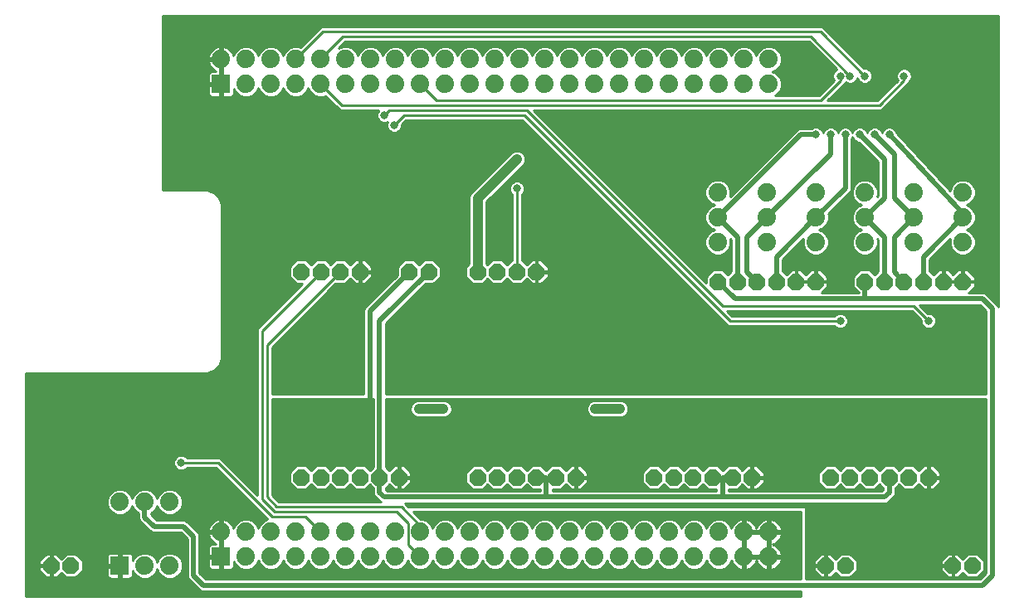
<source format=gbl>
G75*
%MOIN*%
%OFA0B0*%
%FSLAX25Y25*%
%IPPOS*%
%LPD*%
%AMOC8*
5,1,8,0,0,1.08239X$1,22.5*
%
%ADD10OC8,0.06600*%
%ADD11R,0.07400X0.07400*%
%ADD12C,0.07400*%
%ADD13C,0.00984*%
%ADD14C,0.03169*%
%ADD15C,0.03937*%
%ADD16C,0.01969*%
D10*
X0016811Y0015272D03*
X0024685Y0015272D03*
X0117205Y0050705D03*
X0125079Y0050705D03*
X0132953Y0050705D03*
X0140827Y0050705D03*
X0148701Y0050705D03*
X0156575Y0050705D03*
X0188071Y0050705D03*
X0195945Y0050705D03*
X0203819Y0050705D03*
X0211693Y0050705D03*
X0219567Y0050705D03*
X0227441Y0050705D03*
X0258937Y0050705D03*
X0266811Y0050705D03*
X0274685Y0050705D03*
X0282559Y0050705D03*
X0290433Y0050705D03*
X0298307Y0050705D03*
X0329803Y0050705D03*
X0337677Y0050705D03*
X0345551Y0050705D03*
X0353425Y0050705D03*
X0361299Y0050705D03*
X0369173Y0050705D03*
X0379016Y0015272D03*
X0386890Y0015272D03*
X0335709Y0015272D03*
X0327835Y0015272D03*
X0323898Y0129445D03*
X0316024Y0129445D03*
X0308150Y0129445D03*
X0300276Y0129445D03*
X0292402Y0129445D03*
X0284528Y0129445D03*
X0343583Y0129445D03*
X0351457Y0129445D03*
X0359331Y0129445D03*
X0367205Y0129445D03*
X0375079Y0129445D03*
X0382953Y0129445D03*
X0211693Y0133382D03*
X0203819Y0133382D03*
X0195945Y0133382D03*
X0188071Y0133382D03*
X0168386Y0133382D03*
X0160512Y0133382D03*
X0140827Y0133382D03*
X0132953Y0133382D03*
X0125079Y0133382D03*
X0117205Y0133382D03*
D11*
X0085000Y0208835D03*
X0085000Y0018835D03*
X0044370Y0015272D03*
D12*
X0054370Y0015272D03*
X0064370Y0015272D03*
X0085000Y0028835D03*
X0095000Y0028835D03*
X0105000Y0028835D03*
X0115000Y0028835D03*
X0125000Y0028835D03*
X0135000Y0028835D03*
X0145000Y0028835D03*
X0155000Y0028835D03*
X0165000Y0028835D03*
X0175000Y0028835D03*
X0185000Y0028835D03*
X0195000Y0028835D03*
X0205000Y0028835D03*
X0215000Y0028835D03*
X0225000Y0028835D03*
X0235000Y0028835D03*
X0245000Y0028835D03*
X0255000Y0028835D03*
X0265000Y0028835D03*
X0275000Y0028835D03*
X0285000Y0028835D03*
X0295000Y0028835D03*
X0305000Y0028835D03*
X0305000Y0018835D03*
X0295000Y0018835D03*
X0285000Y0018835D03*
X0275000Y0018835D03*
X0265000Y0018835D03*
X0255000Y0018835D03*
X0245000Y0018835D03*
X0235000Y0018835D03*
X0225000Y0018835D03*
X0215000Y0018835D03*
X0205000Y0018835D03*
X0195000Y0018835D03*
X0185000Y0018835D03*
X0175000Y0018835D03*
X0165000Y0018835D03*
X0155000Y0018835D03*
X0145000Y0018835D03*
X0135000Y0018835D03*
X0125000Y0018835D03*
X0115000Y0018835D03*
X0105000Y0018835D03*
X0095000Y0018835D03*
X0064370Y0040862D03*
X0054370Y0040862D03*
X0044370Y0040862D03*
X0284528Y0145193D03*
X0284528Y0155193D03*
X0284528Y0165193D03*
X0304213Y0165193D03*
X0323898Y0165193D03*
X0323898Y0155193D03*
X0323898Y0145193D03*
X0304213Y0145193D03*
X0304213Y0155193D03*
X0343583Y0155193D03*
X0343583Y0145193D03*
X0363268Y0145193D03*
X0363268Y0155193D03*
X0363268Y0165193D03*
X0382953Y0165193D03*
X0382953Y0155193D03*
X0382953Y0145193D03*
X0343583Y0165193D03*
X0305000Y0208835D03*
X0295000Y0208835D03*
X0285000Y0208835D03*
X0275000Y0208835D03*
X0265000Y0208835D03*
X0255000Y0208835D03*
X0245000Y0208835D03*
X0235000Y0208835D03*
X0225000Y0208835D03*
X0215000Y0208835D03*
X0205000Y0208835D03*
X0195000Y0208835D03*
X0185000Y0208835D03*
X0175000Y0208835D03*
X0165000Y0208835D03*
X0155000Y0208835D03*
X0145000Y0208835D03*
X0135000Y0208835D03*
X0125000Y0208835D03*
X0115000Y0208835D03*
X0105000Y0208835D03*
X0095000Y0208835D03*
X0095000Y0218835D03*
X0085000Y0218835D03*
X0105000Y0218835D03*
X0115000Y0218835D03*
X0125000Y0218835D03*
X0135000Y0218835D03*
X0145000Y0218835D03*
X0155000Y0218835D03*
X0165000Y0218835D03*
X0175000Y0218835D03*
X0185000Y0218835D03*
X0195000Y0218835D03*
X0205000Y0218835D03*
X0215000Y0218835D03*
X0225000Y0218835D03*
X0235000Y0218835D03*
X0245000Y0218835D03*
X0255000Y0218835D03*
X0265000Y0218835D03*
X0275000Y0218835D03*
X0285000Y0218835D03*
X0295000Y0218835D03*
X0305000Y0218835D03*
D13*
X0006492Y0092520D02*
X0006492Y0002984D01*
X0317992Y0002984D01*
X0317992Y0004937D01*
X0077345Y0004937D01*
X0076441Y0005312D01*
X0072504Y0009249D01*
X0071812Y0009941D01*
X0071437Y0010845D01*
X0071437Y0026063D01*
X0068941Y0028559D01*
X0057660Y0028559D01*
X0056756Y0028934D01*
X0052284Y0033405D01*
X0051909Y0034310D01*
X0051909Y0036279D01*
X0051438Y0036474D01*
X0049982Y0037930D01*
X0049370Y0039407D01*
X0048758Y0037930D01*
X0047302Y0036474D01*
X0045400Y0035686D01*
X0043340Y0035686D01*
X0041438Y0036474D01*
X0039982Y0037930D01*
X0039194Y0039833D01*
X0039194Y0041892D01*
X0039982Y0043794D01*
X0041438Y0045251D01*
X0043340Y0046039D01*
X0045400Y0046039D01*
X0047302Y0045251D01*
X0048758Y0043794D01*
X0049370Y0042318D01*
X0049982Y0043794D01*
X0051438Y0045251D01*
X0053340Y0046039D01*
X0055400Y0046039D01*
X0057302Y0045251D01*
X0058758Y0043794D01*
X0059370Y0042318D01*
X0059982Y0043794D01*
X0061438Y0045251D01*
X0063340Y0046039D01*
X0065400Y0046039D01*
X0067302Y0045251D01*
X0068758Y0043794D01*
X0069546Y0041892D01*
X0069546Y0039833D01*
X0068758Y0037930D01*
X0067302Y0036474D01*
X0065400Y0035686D01*
X0063340Y0035686D01*
X0061438Y0036474D01*
X0059982Y0037930D01*
X0059370Y0039407D01*
X0058758Y0037930D01*
X0057302Y0036474D01*
X0056831Y0036279D01*
X0056831Y0035818D01*
X0059169Y0033480D01*
X0070450Y0033480D01*
X0071354Y0033106D01*
X0072047Y0032414D01*
X0075984Y0028477D01*
X0076358Y0027572D01*
X0076358Y0012354D01*
X0078854Y0009858D01*
X0317992Y0009858D01*
X0317992Y0036925D01*
X0162311Y0036925D01*
X0165226Y0034011D01*
X0166030Y0034011D01*
X0167932Y0033223D01*
X0169388Y0031767D01*
X0170000Y0030290D01*
X0170612Y0031767D01*
X0172068Y0033223D01*
X0173970Y0034011D01*
X0176030Y0034011D01*
X0177932Y0033223D01*
X0179388Y0031767D01*
X0180000Y0030290D01*
X0180612Y0031767D01*
X0182068Y0033223D01*
X0183970Y0034011D01*
X0186030Y0034011D01*
X0187932Y0033223D01*
X0189388Y0031767D01*
X0190000Y0030290D01*
X0190612Y0031767D01*
X0192068Y0033223D01*
X0193970Y0034011D01*
X0196030Y0034011D01*
X0197932Y0033223D01*
X0199388Y0031767D01*
X0200000Y0030290D01*
X0200612Y0031767D01*
X0202068Y0033223D01*
X0203970Y0034011D01*
X0206030Y0034011D01*
X0207932Y0033223D01*
X0209388Y0031767D01*
X0210000Y0030290D01*
X0210612Y0031767D01*
X0212068Y0033223D01*
X0213970Y0034011D01*
X0216030Y0034011D01*
X0217932Y0033223D01*
X0219388Y0031767D01*
X0220000Y0030290D01*
X0220612Y0031767D01*
X0222068Y0033223D01*
X0223970Y0034011D01*
X0226030Y0034011D01*
X0227932Y0033223D01*
X0229388Y0031767D01*
X0230000Y0030290D01*
X0230612Y0031767D01*
X0232068Y0033223D01*
X0233970Y0034011D01*
X0236030Y0034011D01*
X0237932Y0033223D01*
X0239388Y0031767D01*
X0240000Y0030290D01*
X0240612Y0031767D01*
X0242068Y0033223D01*
X0243970Y0034011D01*
X0246030Y0034011D01*
X0247932Y0033223D01*
X0249388Y0031767D01*
X0250000Y0030290D01*
X0250612Y0031767D01*
X0252068Y0033223D01*
X0253970Y0034011D01*
X0256030Y0034011D01*
X0257932Y0033223D01*
X0259388Y0031767D01*
X0260000Y0030290D01*
X0260612Y0031767D01*
X0262068Y0033223D01*
X0263970Y0034011D01*
X0266030Y0034011D01*
X0267932Y0033223D01*
X0269388Y0031767D01*
X0270000Y0030290D01*
X0270612Y0031767D01*
X0272068Y0033223D01*
X0273970Y0034011D01*
X0276030Y0034011D01*
X0277932Y0033223D01*
X0279388Y0031767D01*
X0280000Y0030290D01*
X0280612Y0031767D01*
X0282068Y0033223D01*
X0283970Y0034011D01*
X0286030Y0034011D01*
X0287932Y0033223D01*
X0289388Y0031767D01*
X0290008Y0030272D01*
X0290188Y0030828D01*
X0290559Y0031556D01*
X0291040Y0032217D01*
X0291618Y0032795D01*
X0292279Y0033275D01*
X0293007Y0033646D01*
X0293784Y0033899D01*
X0294508Y0034014D01*
X0294508Y0029327D01*
X0295492Y0029327D01*
X0295492Y0034014D01*
X0296216Y0033899D01*
X0296993Y0033646D01*
X0297721Y0033275D01*
X0298382Y0032795D01*
X0298960Y0032217D01*
X0299441Y0031556D01*
X0299812Y0030828D01*
X0300000Y0030248D01*
X0300188Y0030828D01*
X0300559Y0031556D01*
X0301040Y0032217D01*
X0301618Y0032795D01*
X0302279Y0033275D01*
X0303007Y0033646D01*
X0303784Y0033899D01*
X0304508Y0034014D01*
X0304508Y0029327D01*
X0305492Y0029327D01*
X0305492Y0034014D01*
X0306216Y0033899D01*
X0306993Y0033646D01*
X0307721Y0033275D01*
X0308382Y0032795D01*
X0308960Y0032217D01*
X0309441Y0031556D01*
X0309812Y0030828D01*
X0310064Y0030050D01*
X0310179Y0029327D01*
X0305492Y0029327D01*
X0305492Y0028343D01*
X0310179Y0028343D01*
X0310064Y0027619D01*
X0309812Y0026842D01*
X0309441Y0026113D01*
X0308960Y0025452D01*
X0308382Y0024874D01*
X0307721Y0024394D01*
X0306993Y0024023D01*
X0306414Y0023835D01*
X0306993Y0023646D01*
X0307721Y0023275D01*
X0308382Y0022795D01*
X0308960Y0022217D01*
X0309441Y0021556D01*
X0309812Y0020828D01*
X0310064Y0020050D01*
X0310179Y0019327D01*
X0305492Y0019327D01*
X0304508Y0019327D01*
X0304508Y0028342D01*
X0305492Y0028342D01*
X0305492Y0023656D01*
X0305492Y0019327D01*
X0305492Y0018343D01*
X0310179Y0018343D01*
X0310064Y0017619D01*
X0309812Y0016842D01*
X0309441Y0016113D01*
X0308960Y0015452D01*
X0308382Y0014874D01*
X0307721Y0014394D01*
X0306993Y0014023D01*
X0306216Y0013770D01*
X0305492Y0013656D01*
X0305492Y0018342D01*
X0304508Y0018342D01*
X0304508Y0013656D01*
X0303784Y0013770D01*
X0303007Y0014023D01*
X0302279Y0014394D01*
X0301618Y0014874D01*
X0301040Y0015452D01*
X0300559Y0016113D01*
X0300188Y0016842D01*
X0300000Y0017421D01*
X0299812Y0016842D01*
X0299441Y0016113D01*
X0298960Y0015452D01*
X0298382Y0014874D01*
X0297721Y0014394D01*
X0296993Y0014023D01*
X0296216Y0013770D01*
X0295492Y0013656D01*
X0295492Y0018342D01*
X0294508Y0018342D01*
X0294508Y0013656D01*
X0293784Y0013770D01*
X0293007Y0014023D01*
X0292279Y0014394D01*
X0291618Y0014874D01*
X0291040Y0015452D01*
X0290559Y0016113D01*
X0290188Y0016842D01*
X0290008Y0017398D01*
X0289388Y0015902D01*
X0287932Y0014446D01*
X0286030Y0013658D01*
X0283970Y0013658D01*
X0282068Y0014446D01*
X0280612Y0015902D01*
X0280000Y0017379D01*
X0279388Y0015902D01*
X0277932Y0014446D01*
X0276030Y0013658D01*
X0273970Y0013658D01*
X0272068Y0014446D01*
X0270612Y0015902D01*
X0270000Y0017379D01*
X0269388Y0015902D01*
X0267932Y0014446D01*
X0266030Y0013658D01*
X0263970Y0013658D01*
X0262068Y0014446D01*
X0260612Y0015902D01*
X0260000Y0017379D01*
X0259388Y0015902D01*
X0257932Y0014446D01*
X0256030Y0013658D01*
X0253970Y0013658D01*
X0252068Y0014446D01*
X0250612Y0015902D01*
X0250000Y0017379D01*
X0249388Y0015902D01*
X0247932Y0014446D01*
X0246030Y0013658D01*
X0243970Y0013658D01*
X0242068Y0014446D01*
X0240612Y0015902D01*
X0240000Y0017379D01*
X0239388Y0015902D01*
X0237932Y0014446D01*
X0236030Y0013658D01*
X0233970Y0013658D01*
X0232068Y0014446D01*
X0230612Y0015902D01*
X0230000Y0017379D01*
X0229388Y0015902D01*
X0227932Y0014446D01*
X0226030Y0013658D01*
X0223970Y0013658D01*
X0222068Y0014446D01*
X0220612Y0015902D01*
X0220000Y0017379D01*
X0219388Y0015902D01*
X0217932Y0014446D01*
X0216030Y0013658D01*
X0213970Y0013658D01*
X0212068Y0014446D01*
X0210612Y0015902D01*
X0210000Y0017379D01*
X0209388Y0015902D01*
X0207932Y0014446D01*
X0206030Y0013658D01*
X0203970Y0013658D01*
X0202068Y0014446D01*
X0200612Y0015902D01*
X0200000Y0017379D01*
X0199388Y0015902D01*
X0197932Y0014446D01*
X0196030Y0013658D01*
X0193970Y0013658D01*
X0192068Y0014446D01*
X0190612Y0015902D01*
X0190000Y0017379D01*
X0189388Y0015902D01*
X0187932Y0014446D01*
X0186030Y0013658D01*
X0183970Y0013658D01*
X0182068Y0014446D01*
X0180612Y0015902D01*
X0180000Y0017379D01*
X0179388Y0015902D01*
X0177932Y0014446D01*
X0176030Y0013658D01*
X0173970Y0013658D01*
X0172068Y0014446D01*
X0170612Y0015902D01*
X0170000Y0017379D01*
X0169388Y0015902D01*
X0167932Y0014446D01*
X0166030Y0013658D01*
X0163970Y0013658D01*
X0162068Y0014446D01*
X0160612Y0015902D01*
X0160000Y0017379D01*
X0159388Y0015902D01*
X0157932Y0014446D01*
X0156030Y0013658D01*
X0153970Y0013658D01*
X0152068Y0014446D01*
X0150612Y0015902D01*
X0150000Y0017379D01*
X0149388Y0015902D01*
X0147932Y0014446D01*
X0146030Y0013658D01*
X0143970Y0013658D01*
X0142068Y0014446D01*
X0140612Y0015902D01*
X0140000Y0017379D01*
X0139388Y0015902D01*
X0137932Y0014446D01*
X0136030Y0013658D01*
X0133970Y0013658D01*
X0132068Y0014446D01*
X0130612Y0015902D01*
X0130000Y0017379D01*
X0129388Y0015902D01*
X0127932Y0014446D01*
X0126030Y0013658D01*
X0123970Y0013658D01*
X0122068Y0014446D01*
X0120612Y0015902D01*
X0120000Y0017379D01*
X0119388Y0015902D01*
X0117932Y0014446D01*
X0116030Y0013658D01*
X0113970Y0013658D01*
X0112068Y0014446D01*
X0110612Y0015902D01*
X0110000Y0017379D01*
X0109388Y0015902D01*
X0107932Y0014446D01*
X0106030Y0013658D01*
X0103970Y0013658D01*
X0102068Y0014446D01*
X0100612Y0015902D01*
X0100000Y0017379D01*
X0099388Y0015902D01*
X0097932Y0014446D01*
X0096030Y0013658D01*
X0093970Y0013658D01*
X0092068Y0014446D01*
X0090612Y0015902D01*
X0090192Y0016915D01*
X0090192Y0014938D01*
X0090090Y0014559D01*
X0089894Y0014218D01*
X0089616Y0013941D01*
X0089276Y0013744D01*
X0088896Y0013643D01*
X0085492Y0013643D01*
X0085492Y0018342D01*
X0084508Y0018342D01*
X0084508Y0013643D01*
X0081104Y0013643D01*
X0080724Y0013744D01*
X0080384Y0013941D01*
X0080106Y0014218D01*
X0079910Y0014559D01*
X0079808Y0014938D01*
X0079808Y0018343D01*
X0084508Y0018343D01*
X0084508Y0019327D01*
X0084508Y0028342D01*
X0085492Y0028342D01*
X0085492Y0023656D01*
X0085492Y0019327D01*
X0084508Y0019327D01*
X0079808Y0019327D01*
X0079808Y0022731D01*
X0079910Y0023111D01*
X0080106Y0023451D01*
X0080384Y0023729D01*
X0080724Y0023925D01*
X0081104Y0024027D01*
X0082999Y0024027D01*
X0082279Y0024394D01*
X0081618Y0024874D01*
X0081040Y0025452D01*
X0080559Y0026113D01*
X0080188Y0026842D01*
X0079936Y0027619D01*
X0079821Y0028343D01*
X0084508Y0028343D01*
X0084508Y0029327D01*
X0084508Y0034014D01*
X0083784Y0033899D01*
X0083007Y0033646D01*
X0082279Y0033275D01*
X0081618Y0032795D01*
X0081040Y0032217D01*
X0080559Y0031556D01*
X0080188Y0030828D01*
X0079936Y0030050D01*
X0079821Y0029327D01*
X0084508Y0029327D01*
X0085492Y0029327D01*
X0085492Y0034014D01*
X0086216Y0033899D01*
X0086993Y0033646D01*
X0087721Y0033275D01*
X0088382Y0032795D01*
X0088960Y0032217D01*
X0089441Y0031556D01*
X0089812Y0030828D01*
X0089992Y0030272D01*
X0090612Y0031767D01*
X0092068Y0033223D01*
X0093970Y0034011D01*
X0096030Y0034011D01*
X0097932Y0033223D01*
X0099388Y0031767D01*
X0100000Y0030290D01*
X0100612Y0031767D01*
X0102068Y0033223D01*
X0103677Y0033889D01*
X0103425Y0034141D01*
X0103425Y0034141D01*
X0100641Y0036925D01*
X0100641Y0036925D01*
X0099488Y0038078D01*
X0099488Y0038078D01*
X0082925Y0054642D01*
X0071336Y0054642D01*
X0070710Y0054016D01*
X0069585Y0053550D01*
X0068368Y0053550D01*
X0067243Y0054016D01*
X0066382Y0054877D01*
X0065916Y0056001D01*
X0065916Y0057219D01*
X0066382Y0058344D01*
X0067243Y0059205D01*
X0068368Y0059671D01*
X0069585Y0059671D01*
X0070710Y0059205D01*
X0071336Y0058579D01*
X0084556Y0058579D01*
X0085709Y0057426D01*
X0085709Y0057426D01*
X0099488Y0043646D01*
X0099488Y0110575D01*
X0117518Y0128606D01*
X0115226Y0128606D01*
X0112428Y0131403D01*
X0112428Y0135360D01*
X0115226Y0138158D01*
X0119183Y0138158D01*
X0121142Y0136200D01*
X0123100Y0138158D01*
X0127057Y0138158D01*
X0129016Y0136200D01*
X0130974Y0138158D01*
X0134931Y0138158D01*
X0136879Y0136211D01*
X0138842Y0138174D01*
X0140519Y0138174D01*
X0140519Y0133690D01*
X0141135Y0133690D01*
X0145619Y0133690D01*
X0145619Y0135367D01*
X0142812Y0138174D01*
X0141135Y0138174D01*
X0141135Y0133690D01*
X0141135Y0133074D01*
X0145619Y0133074D01*
X0145619Y0131397D01*
X0142812Y0128590D01*
X0141135Y0128590D01*
X0141135Y0133074D01*
X0140519Y0133074D01*
X0140519Y0128590D01*
X0138842Y0128590D01*
X0136879Y0130553D01*
X0134931Y0128606D01*
X0130974Y0128606D01*
X0130967Y0128613D01*
X0105394Y0103039D01*
X0105394Y0084169D01*
X0142303Y0084169D01*
X0142303Y0118123D01*
X0142678Y0119028D01*
X0143370Y0119720D01*
X0155735Y0132085D01*
X0155735Y0135360D01*
X0158533Y0138158D01*
X0162490Y0138158D01*
X0164449Y0136200D01*
X0166407Y0138158D01*
X0170364Y0138158D01*
X0173162Y0135360D01*
X0173162Y0131403D01*
X0170364Y0128606D01*
X0167089Y0128606D01*
X0151161Y0112678D01*
X0151161Y0084169D01*
X0392303Y0084169D01*
X0392303Y0117599D01*
X0389808Y0120094D01*
X0365559Y0120094D01*
X0368896Y0116757D01*
X0369782Y0116757D01*
X0370907Y0116292D01*
X0371768Y0115431D01*
X0372234Y0114306D01*
X0372234Y0113088D01*
X0371768Y0111963D01*
X0370907Y0111102D01*
X0369782Y0110636D01*
X0368564Y0110636D01*
X0367440Y0111102D01*
X0366579Y0111963D01*
X0366113Y0113088D01*
X0366113Y0113974D01*
X0362452Y0117634D01*
X0288296Y0117634D01*
X0290264Y0115665D01*
X0331380Y0115665D01*
X0332006Y0116292D01*
X0333131Y0116757D01*
X0334349Y0116757D01*
X0335474Y0116292D01*
X0336335Y0115431D01*
X0336801Y0114306D01*
X0336801Y0113088D01*
X0336335Y0111963D01*
X0335474Y0111102D01*
X0334349Y0110636D01*
X0333131Y0110636D01*
X0332006Y0111102D01*
X0331380Y0111728D01*
X0288633Y0111728D01*
X0205956Y0194406D01*
X0159359Y0194406D01*
X0157667Y0192714D01*
X0157667Y0191828D01*
X0157201Y0190703D01*
X0156340Y0189842D01*
X0155215Y0189376D01*
X0153997Y0189376D01*
X0152873Y0189842D01*
X0152012Y0190703D01*
X0151546Y0191828D01*
X0151546Y0193046D01*
X0151735Y0193503D01*
X0151278Y0193313D01*
X0150060Y0193313D01*
X0148936Y0193779D01*
X0148075Y0194640D01*
X0147609Y0195765D01*
X0147609Y0196983D01*
X0148075Y0198108D01*
X0148309Y0198343D01*
X0132708Y0198343D01*
X0131555Y0199496D01*
X0126993Y0204057D01*
X0126030Y0203658D01*
X0123970Y0203658D01*
X0122068Y0204446D01*
X0120612Y0205902D01*
X0120000Y0207379D01*
X0119388Y0205902D01*
X0117932Y0204446D01*
X0116030Y0203658D01*
X0113970Y0203658D01*
X0112068Y0204446D01*
X0110612Y0205902D01*
X0110000Y0207379D01*
X0109388Y0205902D01*
X0107932Y0204446D01*
X0106030Y0203658D01*
X0103970Y0203658D01*
X0102068Y0204446D01*
X0100612Y0205902D01*
X0100000Y0207379D01*
X0099388Y0205902D01*
X0097932Y0204446D01*
X0096030Y0203658D01*
X0093970Y0203658D01*
X0092068Y0204446D01*
X0090612Y0205902D01*
X0090192Y0206915D01*
X0090192Y0204938D01*
X0090090Y0204559D01*
X0089894Y0204218D01*
X0089616Y0203941D01*
X0089276Y0203744D01*
X0088896Y0203643D01*
X0085492Y0203643D01*
X0085492Y0208342D01*
X0084508Y0208342D01*
X0084508Y0203643D01*
X0081104Y0203643D01*
X0080724Y0203744D01*
X0080384Y0203941D01*
X0080106Y0204218D01*
X0079910Y0204559D01*
X0079808Y0204938D01*
X0079808Y0208343D01*
X0084508Y0208343D01*
X0084508Y0209327D01*
X0084508Y0218342D01*
X0085492Y0218342D01*
X0085492Y0213656D01*
X0085492Y0209327D01*
X0084508Y0209327D01*
X0079808Y0209327D01*
X0079808Y0212731D01*
X0079910Y0213111D01*
X0080106Y0213451D01*
X0080384Y0213729D01*
X0080724Y0213925D01*
X0081104Y0214027D01*
X0082999Y0214027D01*
X0082279Y0214394D01*
X0081618Y0214874D01*
X0081040Y0215452D01*
X0080559Y0216113D01*
X0080188Y0216842D01*
X0079936Y0217619D01*
X0079821Y0218343D01*
X0084508Y0218343D01*
X0084508Y0219327D01*
X0084508Y0224014D01*
X0083784Y0223899D01*
X0083007Y0223646D01*
X0082279Y0223275D01*
X0081618Y0222795D01*
X0081040Y0222217D01*
X0080559Y0221556D01*
X0080188Y0220828D01*
X0079936Y0220050D01*
X0079821Y0219327D01*
X0084508Y0219327D01*
X0085492Y0219327D01*
X0085492Y0224014D01*
X0086216Y0223899D01*
X0086993Y0223646D01*
X0087721Y0223275D01*
X0088382Y0222795D01*
X0088960Y0222217D01*
X0089441Y0221556D01*
X0089812Y0220828D01*
X0089992Y0220272D01*
X0090612Y0221767D01*
X0092068Y0223223D01*
X0093970Y0224011D01*
X0096030Y0224011D01*
X0097932Y0223223D01*
X0099388Y0221767D01*
X0100000Y0220290D01*
X0100612Y0221767D01*
X0102068Y0223223D01*
X0103970Y0224011D01*
X0106030Y0224011D01*
X0107932Y0223223D01*
X0109388Y0221767D01*
X0110000Y0220290D01*
X0110612Y0221767D01*
X0112068Y0223223D01*
X0113970Y0224011D01*
X0116030Y0224011D01*
X0116993Y0223612D01*
X0125189Y0231807D01*
X0326682Y0231807D01*
X0343306Y0215183D01*
X0344191Y0215183D01*
X0345316Y0214717D01*
X0346177Y0213856D01*
X0346643Y0212731D01*
X0346643Y0211513D01*
X0346177Y0210388D01*
X0345316Y0209527D01*
X0344191Y0209061D01*
X0342974Y0209061D01*
X0341849Y0209527D01*
X0340988Y0210388D01*
X0340630Y0211253D01*
X0340272Y0210388D01*
X0339411Y0209527D01*
X0338286Y0209061D01*
X0337068Y0209061D01*
X0335943Y0209527D01*
X0335709Y0209762D01*
X0335709Y0209762D01*
X0335709Y0209338D01*
X0328650Y0202280D01*
X0348673Y0202280D01*
X0356759Y0210366D01*
X0356736Y0210388D01*
X0356270Y0211513D01*
X0356270Y0212731D01*
X0356736Y0213856D01*
X0357597Y0214717D01*
X0358722Y0215183D01*
X0359940Y0215183D01*
X0361064Y0214717D01*
X0361925Y0213856D01*
X0362391Y0212731D01*
X0362391Y0211513D01*
X0361925Y0210388D01*
X0361299Y0209762D01*
X0361299Y0209338D01*
X0350304Y0198343D01*
X0210540Y0198343D01*
X0279751Y0129131D01*
X0279751Y0131423D01*
X0282549Y0134221D01*
X0286506Y0134221D01*
X0288465Y0132263D01*
X0289941Y0133739D01*
X0289941Y0146300D01*
X0289482Y0146759D01*
X0289704Y0146223D01*
X0289704Y0144163D01*
X0288916Y0142261D01*
X0287460Y0140805D01*
X0285557Y0140017D01*
X0283498Y0140017D01*
X0281595Y0140805D01*
X0280139Y0142261D01*
X0279351Y0144163D01*
X0279351Y0146223D01*
X0280139Y0148125D01*
X0281595Y0149581D01*
X0283072Y0150193D01*
X0281595Y0150805D01*
X0280139Y0152261D01*
X0279351Y0154163D01*
X0279351Y0156223D01*
X0280139Y0158125D01*
X0281595Y0159581D01*
X0283072Y0160193D01*
X0281595Y0160805D01*
X0280139Y0162261D01*
X0279351Y0164163D01*
X0279351Y0166223D01*
X0280139Y0168125D01*
X0281595Y0169581D01*
X0283498Y0170369D01*
X0285557Y0170369D01*
X0287460Y0169581D01*
X0288916Y0168125D01*
X0289704Y0166223D01*
X0289704Y0164163D01*
X0289482Y0163627D01*
X0316441Y0190586D01*
X0317345Y0190961D01*
X0322030Y0190961D01*
X0322164Y0191095D01*
X0323289Y0191561D01*
X0324506Y0191561D01*
X0325631Y0191095D01*
X0326492Y0190234D01*
X0326850Y0189369D01*
X0327208Y0190234D01*
X0328069Y0191095D01*
X0329194Y0191561D01*
X0330412Y0191561D01*
X0331537Y0191095D01*
X0332398Y0190234D01*
X0332756Y0189369D01*
X0333114Y0190234D01*
X0333975Y0191095D01*
X0335100Y0191561D01*
X0336317Y0191561D01*
X0337442Y0191095D01*
X0338303Y0190234D01*
X0338661Y0189369D01*
X0339020Y0190234D01*
X0339880Y0191095D01*
X0341005Y0191561D01*
X0342223Y0191561D01*
X0343348Y0191095D01*
X0344209Y0190234D01*
X0344567Y0189369D01*
X0344925Y0190234D01*
X0345786Y0191095D01*
X0346911Y0191561D01*
X0348128Y0191561D01*
X0349253Y0191095D01*
X0350114Y0190234D01*
X0350472Y0189369D01*
X0350831Y0190234D01*
X0351691Y0191095D01*
X0352816Y0191561D01*
X0354034Y0191561D01*
X0355159Y0191095D01*
X0356020Y0190234D01*
X0356486Y0189109D01*
X0356486Y0188833D01*
X0377776Y0166123D01*
X0377776Y0166223D01*
X0378564Y0168125D01*
X0380021Y0169581D01*
X0381923Y0170369D01*
X0383982Y0170369D01*
X0385885Y0169581D01*
X0387341Y0168125D01*
X0388129Y0166223D01*
X0388129Y0164163D01*
X0387341Y0162261D01*
X0385885Y0160805D01*
X0384408Y0160193D01*
X0385885Y0159581D01*
X0387341Y0158125D01*
X0388129Y0156223D01*
X0388129Y0154163D01*
X0387341Y0152261D01*
X0385885Y0150805D01*
X0384408Y0150193D01*
X0385885Y0149581D01*
X0387341Y0148125D01*
X0388129Y0146223D01*
X0388129Y0144163D01*
X0387341Y0142261D01*
X0385885Y0140805D01*
X0383982Y0140017D01*
X0381923Y0140017D01*
X0380021Y0140805D01*
X0378564Y0142261D01*
X0377776Y0144163D01*
X0377776Y0146223D01*
X0377999Y0146759D01*
X0369665Y0138426D01*
X0369665Y0133739D01*
X0371131Y0132274D01*
X0373094Y0134237D01*
X0374771Y0134237D01*
X0374771Y0129753D01*
X0375387Y0129753D01*
X0382645Y0129753D01*
X0382645Y0134237D01*
X0380968Y0134237D01*
X0379016Y0132285D01*
X0377064Y0134237D01*
X0375387Y0134237D01*
X0375387Y0129753D01*
X0375387Y0129137D01*
X0378161Y0129137D01*
X0382645Y0129137D01*
X0382645Y0129753D01*
X0383261Y0129753D01*
X0387745Y0129753D01*
X0387745Y0131430D01*
X0384938Y0134237D01*
X0383261Y0134237D01*
X0383261Y0129753D01*
X0383261Y0129137D01*
X0387745Y0129137D01*
X0387745Y0127460D01*
X0385301Y0125016D01*
X0391316Y0125016D01*
X0392221Y0124641D01*
X0392913Y0123949D01*
X0396850Y0120012D01*
X0397209Y0119146D01*
X0397209Y0236220D01*
X0061610Y0236220D01*
X0061610Y0166370D01*
X0079306Y0166370D01*
X0082025Y0165244D01*
X0082025Y0165244D01*
X0084106Y0163163D01*
X0084106Y0163163D01*
X0085232Y0160444D01*
X0085232Y0098446D01*
X0084106Y0095727D01*
X0084106Y0095727D01*
X0082025Y0093646D01*
X0082025Y0093646D01*
X0079306Y0092520D01*
X0006492Y0092520D01*
X0006492Y0091906D02*
X0099488Y0091906D01*
X0099488Y0090924D02*
X0006492Y0090924D01*
X0006492Y0089941D02*
X0099488Y0089941D01*
X0099488Y0088958D02*
X0006492Y0088958D01*
X0006492Y0087975D02*
X0099488Y0087975D01*
X0099488Y0086993D02*
X0006492Y0086993D01*
X0006492Y0086010D02*
X0099488Y0086010D01*
X0099488Y0085027D02*
X0006492Y0085027D01*
X0006492Y0084044D02*
X0099488Y0084044D01*
X0099488Y0083061D02*
X0006492Y0083061D01*
X0006492Y0082079D02*
X0099488Y0082079D01*
X0099488Y0081096D02*
X0006492Y0081096D01*
X0006492Y0080113D02*
X0099488Y0080113D01*
X0099488Y0079130D02*
X0006492Y0079130D01*
X0006492Y0078148D02*
X0099488Y0078148D01*
X0099488Y0077165D02*
X0006492Y0077165D01*
X0006492Y0076182D02*
X0099488Y0076182D01*
X0099488Y0075199D02*
X0006492Y0075199D01*
X0006492Y0074217D02*
X0099488Y0074217D01*
X0099488Y0073234D02*
X0006492Y0073234D01*
X0006492Y0072251D02*
X0099488Y0072251D01*
X0099488Y0071268D02*
X0006492Y0071268D01*
X0006492Y0070286D02*
X0099488Y0070286D01*
X0099488Y0069303D02*
X0006492Y0069303D01*
X0006492Y0068320D02*
X0099488Y0068320D01*
X0099488Y0067337D02*
X0006492Y0067337D01*
X0006492Y0066355D02*
X0099488Y0066355D01*
X0099488Y0065372D02*
X0006492Y0065372D01*
X0006492Y0064389D02*
X0099488Y0064389D01*
X0099488Y0063406D02*
X0006492Y0063406D01*
X0006492Y0062423D02*
X0099488Y0062423D01*
X0099488Y0061441D02*
X0006492Y0061441D01*
X0006492Y0060458D02*
X0099488Y0060458D01*
X0099488Y0059475D02*
X0070058Y0059475D01*
X0067895Y0059475D02*
X0006492Y0059475D01*
X0006492Y0058492D02*
X0066530Y0058492D01*
X0066036Y0057510D02*
X0006492Y0057510D01*
X0006492Y0056527D02*
X0065916Y0056527D01*
X0066105Y0055544D02*
X0006492Y0055544D01*
X0006492Y0054561D02*
X0066697Y0054561D01*
X0068298Y0053579D02*
X0006492Y0053579D01*
X0006492Y0052596D02*
X0084971Y0052596D01*
X0085953Y0051613D02*
X0006492Y0051613D01*
X0006492Y0050630D02*
X0086936Y0050630D01*
X0087919Y0049648D02*
X0006492Y0049648D01*
X0006492Y0048665D02*
X0088902Y0048665D01*
X0089885Y0047682D02*
X0006492Y0047682D01*
X0006492Y0046699D02*
X0090867Y0046699D01*
X0091850Y0045716D02*
X0066177Y0045716D01*
X0067819Y0044734D02*
X0092833Y0044734D01*
X0093816Y0043751D02*
X0068776Y0043751D01*
X0069183Y0042768D02*
X0094798Y0042768D01*
X0095781Y0041785D02*
X0069546Y0041785D01*
X0069546Y0040803D02*
X0096764Y0040803D01*
X0097747Y0039820D02*
X0069541Y0039820D01*
X0069134Y0038837D02*
X0098729Y0038837D01*
X0099712Y0037854D02*
X0068683Y0037854D01*
X0067700Y0036872D02*
X0100695Y0036872D01*
X0101678Y0035889D02*
X0065890Y0035889D01*
X0062850Y0035889D02*
X0056831Y0035889D01*
X0057700Y0036872D02*
X0061040Y0036872D01*
X0060057Y0037854D02*
X0058683Y0037854D01*
X0059134Y0038837D02*
X0059606Y0038837D01*
X0059557Y0042768D02*
X0059183Y0042768D01*
X0058776Y0043751D02*
X0059964Y0043751D01*
X0060921Y0044734D02*
X0057819Y0044734D01*
X0056177Y0045716D02*
X0062563Y0045716D01*
X0052563Y0045716D02*
X0046177Y0045716D01*
X0047819Y0044734D02*
X0050921Y0044734D01*
X0049964Y0043751D02*
X0048776Y0043751D01*
X0049183Y0042768D02*
X0049557Y0042768D01*
X0049606Y0038837D02*
X0049134Y0038837D01*
X0048683Y0037854D02*
X0050057Y0037854D01*
X0051040Y0036872D02*
X0047700Y0036872D01*
X0045890Y0035889D02*
X0051909Y0035889D01*
X0051909Y0034906D02*
X0006492Y0034906D01*
X0006492Y0033923D02*
X0052070Y0033923D01*
X0052749Y0032941D02*
X0006492Y0032941D01*
X0006492Y0031958D02*
X0053732Y0031958D01*
X0054714Y0030975D02*
X0006492Y0030975D01*
X0006492Y0029992D02*
X0055697Y0029992D01*
X0056680Y0029009D02*
X0006492Y0029009D01*
X0006492Y0028027D02*
X0069474Y0028027D01*
X0070456Y0027044D02*
X0006492Y0027044D01*
X0006492Y0026061D02*
X0071437Y0026061D01*
X0071437Y0025078D02*
X0006492Y0025078D01*
X0006492Y0024096D02*
X0071437Y0024096D01*
X0071437Y0023113D02*
X0006492Y0023113D01*
X0006492Y0022130D02*
X0071437Y0022130D01*
X0071437Y0021147D02*
X0006492Y0021147D01*
X0006492Y0020165D02*
X0039753Y0020165D01*
X0039754Y0020166D02*
X0039476Y0019888D01*
X0039280Y0019548D01*
X0039178Y0019168D01*
X0039178Y0015764D01*
X0043878Y0015764D01*
X0043878Y0020464D01*
X0040474Y0020464D01*
X0040094Y0020362D01*
X0039754Y0020166D01*
X0039182Y0019182D02*
X0027530Y0019182D01*
X0026663Y0020048D02*
X0022707Y0020048D01*
X0020759Y0018101D01*
X0018796Y0020064D01*
X0017119Y0020064D01*
X0017119Y0015580D01*
X0016503Y0015580D01*
X0016503Y0020064D01*
X0014826Y0020064D01*
X0012019Y0017257D01*
X0012019Y0015580D01*
X0016503Y0015580D01*
X0016503Y0014964D01*
X0012019Y0014964D01*
X0012019Y0013287D01*
X0014826Y0010480D01*
X0016503Y0010480D01*
X0016503Y0014964D01*
X0017119Y0014964D01*
X0017119Y0010480D01*
X0018796Y0010480D01*
X0020759Y0012443D01*
X0022707Y0010495D01*
X0026663Y0010495D01*
X0029461Y0013293D01*
X0029461Y0017250D01*
X0026663Y0020048D01*
X0028512Y0018199D02*
X0039178Y0018199D01*
X0039178Y0017216D02*
X0029461Y0017216D01*
X0029461Y0016234D02*
X0039178Y0016234D01*
X0039178Y0014780D02*
X0039178Y0011375D01*
X0039280Y0010996D01*
X0039476Y0010655D01*
X0039754Y0010378D01*
X0040094Y0010181D01*
X0040474Y0010080D01*
X0043878Y0010080D01*
X0043878Y0014779D01*
X0044862Y0014779D01*
X0044862Y0010080D01*
X0048267Y0010080D01*
X0048646Y0010181D01*
X0048986Y0010378D01*
X0049264Y0010655D01*
X0049461Y0010996D01*
X0049562Y0011375D01*
X0049562Y0013352D01*
X0049982Y0012339D01*
X0051438Y0010883D01*
X0053340Y0010095D01*
X0055400Y0010095D01*
X0057302Y0010883D01*
X0058758Y0012339D01*
X0059370Y0013816D01*
X0059982Y0012339D01*
X0061438Y0010883D01*
X0063340Y0010095D01*
X0065400Y0010095D01*
X0067302Y0010883D01*
X0068758Y0012339D01*
X0069546Y0014242D01*
X0069546Y0016301D01*
X0068758Y0018204D01*
X0067302Y0019660D01*
X0065400Y0020448D01*
X0063340Y0020448D01*
X0061438Y0019660D01*
X0059982Y0018204D01*
X0059370Y0016727D01*
X0058758Y0018204D01*
X0057302Y0019660D01*
X0055400Y0020448D01*
X0053340Y0020448D01*
X0051438Y0019660D01*
X0049982Y0018204D01*
X0049562Y0017191D01*
X0049562Y0019168D01*
X0049461Y0019548D01*
X0049264Y0019888D01*
X0048986Y0020166D01*
X0048646Y0020362D01*
X0048267Y0020464D01*
X0044862Y0020464D01*
X0044862Y0015764D01*
X0043878Y0015764D01*
X0043878Y0014780D01*
X0039178Y0014780D01*
X0039178Y0014268D02*
X0029461Y0014268D01*
X0029453Y0013285D02*
X0039178Y0013285D01*
X0039178Y0012303D02*
X0028471Y0012303D01*
X0027488Y0011320D02*
X0039193Y0011320D01*
X0039824Y0010337D02*
X0006492Y0010337D01*
X0006492Y0011320D02*
X0013986Y0011320D01*
X0013003Y0012303D02*
X0006492Y0012303D01*
X0006492Y0013285D02*
X0012020Y0013285D01*
X0012019Y0014268D02*
X0006492Y0014268D01*
X0006492Y0015251D02*
X0016503Y0015251D01*
X0016503Y0016234D02*
X0017119Y0016234D01*
X0017119Y0017216D02*
X0016503Y0017216D01*
X0016503Y0018199D02*
X0017119Y0018199D01*
X0017119Y0019182D02*
X0016503Y0019182D01*
X0013944Y0019182D02*
X0006492Y0019182D01*
X0006492Y0018199D02*
X0012961Y0018199D01*
X0012019Y0017216D02*
X0006492Y0017216D01*
X0006492Y0016234D02*
X0012019Y0016234D01*
X0016503Y0014268D02*
X0017119Y0014268D01*
X0017119Y0013285D02*
X0016503Y0013285D01*
X0016503Y0012303D02*
X0017119Y0012303D01*
X0017119Y0011320D02*
X0016503Y0011320D01*
X0019636Y0011320D02*
X0021882Y0011320D01*
X0020899Y0012303D02*
X0020619Y0012303D01*
X0020661Y0018199D02*
X0020858Y0018199D01*
X0021840Y0019182D02*
X0019678Y0019182D01*
X0029461Y0015251D02*
X0043878Y0015251D01*
X0043878Y0016234D02*
X0044862Y0016234D01*
X0044862Y0017216D02*
X0043878Y0017216D01*
X0043878Y0018199D02*
X0044862Y0018199D01*
X0044862Y0019182D02*
X0043878Y0019182D01*
X0043878Y0020165D02*
X0044862Y0020165D01*
X0048987Y0020165D02*
X0052656Y0020165D01*
X0050960Y0019182D02*
X0049559Y0019182D01*
X0049562Y0018199D02*
X0049980Y0018199D01*
X0049573Y0017216D02*
X0049562Y0017216D01*
X0049562Y0013285D02*
X0049590Y0013285D01*
X0049562Y0012303D02*
X0050019Y0012303D01*
X0049547Y0011320D02*
X0051001Y0011320D01*
X0052757Y0010337D02*
X0048916Y0010337D01*
X0044862Y0010337D02*
X0043878Y0010337D01*
X0043878Y0011320D02*
X0044862Y0011320D01*
X0044862Y0012303D02*
X0043878Y0012303D01*
X0043878Y0013285D02*
X0044862Y0013285D01*
X0044862Y0014268D02*
X0043878Y0014268D01*
X0055983Y0010337D02*
X0062757Y0010337D01*
X0061001Y0011320D02*
X0057739Y0011320D01*
X0058721Y0012303D02*
X0060019Y0012303D01*
X0059590Y0013285D02*
X0059150Y0013285D01*
X0059167Y0017216D02*
X0059573Y0017216D01*
X0059980Y0018199D02*
X0058760Y0018199D01*
X0057780Y0019182D02*
X0060960Y0019182D01*
X0062656Y0020165D02*
X0056084Y0020165D01*
X0066084Y0020165D02*
X0071437Y0020165D01*
X0071437Y0019182D02*
X0067780Y0019182D01*
X0068760Y0018199D02*
X0071437Y0018199D01*
X0071437Y0017216D02*
X0069167Y0017216D01*
X0069546Y0016234D02*
X0071437Y0016234D01*
X0071437Y0015251D02*
X0069546Y0015251D01*
X0069546Y0014268D02*
X0071437Y0014268D01*
X0071437Y0013285D02*
X0069150Y0013285D01*
X0068721Y0012303D02*
X0071437Y0012303D01*
X0071437Y0011320D02*
X0067739Y0011320D01*
X0065983Y0010337D02*
X0071648Y0010337D01*
X0072398Y0009354D02*
X0006492Y0009354D01*
X0006492Y0008371D02*
X0073381Y0008371D01*
X0074364Y0007389D02*
X0006492Y0007389D01*
X0006492Y0006406D02*
X0075346Y0006406D01*
X0076329Y0005423D02*
X0006492Y0005423D01*
X0006492Y0004440D02*
X0317992Y0004440D01*
X0317992Y0003458D02*
X0006492Y0003458D01*
X0057743Y0034906D02*
X0102660Y0034906D01*
X0103643Y0033923D02*
X0096241Y0033923D01*
X0098215Y0032941D02*
X0101785Y0032941D01*
X0100803Y0031958D02*
X0099197Y0031958D01*
X0099716Y0030975D02*
X0100284Y0030975D01*
X0105394Y0034957D02*
X0083740Y0056610D01*
X0068976Y0056610D01*
X0071256Y0054561D02*
X0083005Y0054561D01*
X0083988Y0053579D02*
X0069655Y0053579D01*
X0084642Y0058492D02*
X0099488Y0058492D01*
X0099488Y0057510D02*
X0085625Y0057510D01*
X0086607Y0056527D02*
X0099488Y0056527D01*
X0099488Y0055544D02*
X0087590Y0055544D01*
X0088573Y0054561D02*
X0099488Y0054561D01*
X0099488Y0053579D02*
X0089556Y0053579D01*
X0090538Y0052596D02*
X0099488Y0052596D01*
X0099488Y0051613D02*
X0091521Y0051613D01*
X0092504Y0050630D02*
X0099488Y0050630D01*
X0099488Y0049648D02*
X0093487Y0049648D01*
X0094469Y0048665D02*
X0099488Y0048665D01*
X0099488Y0047682D02*
X0095452Y0047682D01*
X0096435Y0046699D02*
X0099488Y0046699D01*
X0099488Y0045716D02*
X0097418Y0045716D01*
X0098401Y0044734D02*
X0099488Y0044734D01*
X0099488Y0043751D02*
X0099383Y0043751D01*
X0101457Y0041846D02*
X0101457Y0109760D01*
X0125079Y0133382D01*
X0128102Y0137113D02*
X0129930Y0137113D01*
X0130912Y0138096D02*
X0127119Y0138096D01*
X0123038Y0138096D02*
X0119245Y0138096D01*
X0120228Y0137113D02*
X0122055Y0137113D01*
X0115164Y0138096D02*
X0085232Y0138096D01*
X0085232Y0137113D02*
X0114181Y0137113D01*
X0113199Y0136131D02*
X0085232Y0136131D01*
X0085232Y0135148D02*
X0112428Y0135148D01*
X0112428Y0134165D02*
X0085232Y0134165D01*
X0085232Y0133182D02*
X0112428Y0133182D01*
X0112428Y0132200D02*
X0085232Y0132200D01*
X0085232Y0131217D02*
X0112615Y0131217D01*
X0113598Y0130234D02*
X0085232Y0130234D01*
X0085232Y0129251D02*
X0114580Y0129251D01*
X0116199Y0127286D02*
X0085232Y0127286D01*
X0085232Y0128269D02*
X0117182Y0128269D01*
X0115216Y0126303D02*
X0085232Y0126303D01*
X0085232Y0125320D02*
X0114233Y0125320D01*
X0113251Y0124338D02*
X0085232Y0124338D01*
X0085232Y0123355D02*
X0112268Y0123355D01*
X0111285Y0122372D02*
X0085232Y0122372D01*
X0085232Y0121389D02*
X0110302Y0121389D01*
X0109319Y0120406D02*
X0085232Y0120406D01*
X0085232Y0119424D02*
X0108337Y0119424D01*
X0107354Y0118441D02*
X0085232Y0118441D01*
X0085232Y0117458D02*
X0106371Y0117458D01*
X0105388Y0116475D02*
X0085232Y0116475D01*
X0085232Y0115493D02*
X0104406Y0115493D01*
X0103423Y0114510D02*
X0085232Y0114510D01*
X0085232Y0113527D02*
X0102440Y0113527D01*
X0101457Y0112544D02*
X0085232Y0112544D01*
X0085232Y0111562D02*
X0100475Y0111562D01*
X0099492Y0110579D02*
X0085232Y0110579D01*
X0085232Y0109596D02*
X0099488Y0109596D01*
X0099488Y0108613D02*
X0085232Y0108613D01*
X0085232Y0107631D02*
X0099488Y0107631D01*
X0099488Y0106648D02*
X0085232Y0106648D01*
X0085232Y0105665D02*
X0099488Y0105665D01*
X0099488Y0104682D02*
X0085232Y0104682D01*
X0085232Y0103700D02*
X0099488Y0103700D01*
X0099488Y0102717D02*
X0085232Y0102717D01*
X0085232Y0101734D02*
X0099488Y0101734D01*
X0099488Y0100751D02*
X0085232Y0100751D01*
X0085232Y0099768D02*
X0099488Y0099768D01*
X0099488Y0098786D02*
X0085232Y0098786D01*
X0084966Y0097803D02*
X0099488Y0097803D01*
X0099488Y0096820D02*
X0084559Y0096820D01*
X0084152Y0095837D02*
X0099488Y0095837D01*
X0099488Y0094855D02*
X0083234Y0094855D01*
X0082251Y0093872D02*
X0099488Y0093872D01*
X0099488Y0092889D02*
X0080198Y0092889D01*
X0103425Y0103854D02*
X0132953Y0133382D01*
X0136560Y0130234D02*
X0137197Y0130234D01*
X0138180Y0129251D02*
X0135577Y0129251D01*
X0130623Y0128269D02*
X0151919Y0128269D01*
X0152901Y0129251D02*
X0143473Y0129251D01*
X0144456Y0130234D02*
X0153884Y0130234D01*
X0154867Y0131217D02*
X0145439Y0131217D01*
X0145619Y0132200D02*
X0155735Y0132200D01*
X0155735Y0133182D02*
X0141135Y0133182D01*
X0141135Y0132200D02*
X0140519Y0132200D01*
X0140519Y0131217D02*
X0141135Y0131217D01*
X0141135Y0130234D02*
X0140519Y0130234D01*
X0140519Y0129251D02*
X0141135Y0129251D01*
X0141135Y0134165D02*
X0140519Y0134165D01*
X0140519Y0135148D02*
X0141135Y0135148D01*
X0141135Y0136131D02*
X0140519Y0136131D01*
X0140519Y0137113D02*
X0141135Y0137113D01*
X0141135Y0138096D02*
X0140519Y0138096D01*
X0138764Y0138096D02*
X0134993Y0138096D01*
X0135976Y0137113D02*
X0137781Y0137113D01*
X0142890Y0138096D02*
X0158471Y0138096D01*
X0157489Y0137113D02*
X0143872Y0137113D01*
X0144855Y0136131D02*
X0156506Y0136131D01*
X0155735Y0135148D02*
X0145619Y0135148D01*
X0145619Y0134165D02*
X0155735Y0134165D01*
X0162552Y0138096D02*
X0166345Y0138096D01*
X0165363Y0137113D02*
X0163535Y0137113D01*
X0170426Y0138096D02*
X0184626Y0138096D01*
X0184626Y0137113D02*
X0171409Y0137113D01*
X0172392Y0136131D02*
X0184065Y0136131D01*
X0184626Y0136692D02*
X0183294Y0135360D01*
X0183294Y0131403D01*
X0186092Y0128606D01*
X0190049Y0128606D01*
X0192008Y0130564D01*
X0193966Y0128606D01*
X0197923Y0128606D01*
X0199882Y0130564D01*
X0201840Y0128606D01*
X0205797Y0128606D01*
X0207745Y0130553D01*
X0209708Y0128590D01*
X0211385Y0128590D01*
X0211385Y0133074D01*
X0212001Y0133074D01*
X0212001Y0133690D01*
X0211385Y0133690D01*
X0211385Y0138174D01*
X0209708Y0138174D01*
X0207745Y0136211D01*
X0205797Y0138158D01*
X0205787Y0138158D01*
X0205787Y0164487D01*
X0206414Y0165113D01*
X0206880Y0166238D01*
X0206880Y0167455D01*
X0206414Y0168580D01*
X0205553Y0169441D01*
X0204428Y0169907D01*
X0203210Y0169907D01*
X0202085Y0169441D01*
X0201224Y0168580D01*
X0200758Y0167455D01*
X0200758Y0166238D01*
X0201224Y0165113D01*
X0201850Y0164487D01*
X0201850Y0138158D01*
X0201840Y0138158D01*
X0199882Y0136200D01*
X0197923Y0138158D01*
X0193966Y0138158D01*
X0192008Y0136200D01*
X0191516Y0136692D01*
X0191516Y0161483D01*
X0206739Y0176706D01*
X0207264Y0177972D01*
X0207264Y0179343D01*
X0206739Y0180609D01*
X0205770Y0181578D01*
X0204504Y0182102D01*
X0203134Y0182102D01*
X0201868Y0181578D01*
X0185150Y0164861D01*
X0184626Y0163595D01*
X0184626Y0136692D01*
X0183294Y0135148D02*
X0173162Y0135148D01*
X0173162Y0134165D02*
X0183294Y0134165D01*
X0183294Y0133182D02*
X0173162Y0133182D01*
X0173162Y0132200D02*
X0183294Y0132200D01*
X0183481Y0131217D02*
X0172976Y0131217D01*
X0171993Y0130234D02*
X0184464Y0130234D01*
X0185447Y0129251D02*
X0171010Y0129251D01*
X0166752Y0128269D02*
X0272093Y0128269D01*
X0271110Y0129251D02*
X0214339Y0129251D01*
X0213678Y0128590D02*
X0212001Y0128590D01*
X0212001Y0133074D01*
X0216485Y0133074D01*
X0216485Y0131397D01*
X0213678Y0128590D01*
X0212001Y0129251D02*
X0211385Y0129251D01*
X0211385Y0130234D02*
X0212001Y0130234D01*
X0212001Y0131217D02*
X0211385Y0131217D01*
X0211385Y0132200D02*
X0212001Y0132200D01*
X0212001Y0133182D02*
X0267179Y0133182D01*
X0268162Y0132200D02*
X0216485Y0132200D01*
X0216305Y0131217D02*
X0269145Y0131217D01*
X0270128Y0130234D02*
X0215322Y0130234D01*
X0216485Y0133690D02*
X0212001Y0133690D01*
X0212001Y0138174D01*
X0213678Y0138174D01*
X0216485Y0135367D01*
X0216485Y0133690D01*
X0216485Y0134165D02*
X0266197Y0134165D01*
X0265214Y0135148D02*
X0216485Y0135148D01*
X0215721Y0136131D02*
X0264231Y0136131D01*
X0263248Y0137113D02*
X0214738Y0137113D01*
X0213756Y0138096D02*
X0262266Y0138096D01*
X0261283Y0139079D02*
X0205787Y0139079D01*
X0205787Y0140062D02*
X0260300Y0140062D01*
X0259317Y0141045D02*
X0205787Y0141045D01*
X0205787Y0142027D02*
X0258334Y0142027D01*
X0257352Y0143010D02*
X0205787Y0143010D01*
X0205787Y0143993D02*
X0256369Y0143993D01*
X0255386Y0144976D02*
X0205787Y0144976D01*
X0205787Y0145958D02*
X0254403Y0145958D01*
X0253421Y0146941D02*
X0205787Y0146941D01*
X0205787Y0147924D02*
X0252438Y0147924D01*
X0251455Y0148907D02*
X0205787Y0148907D01*
X0205787Y0149889D02*
X0250472Y0149889D01*
X0249490Y0150872D02*
X0205787Y0150872D01*
X0205787Y0151855D02*
X0248507Y0151855D01*
X0247524Y0152838D02*
X0205787Y0152838D01*
X0205787Y0153820D02*
X0246541Y0153820D01*
X0245559Y0154803D02*
X0205787Y0154803D01*
X0205787Y0155786D02*
X0244576Y0155786D01*
X0243593Y0156769D02*
X0205787Y0156769D01*
X0205787Y0157751D02*
X0242610Y0157751D01*
X0241628Y0158734D02*
X0205787Y0158734D01*
X0205787Y0159717D02*
X0240645Y0159717D01*
X0239662Y0160700D02*
X0205787Y0160700D01*
X0205787Y0161683D02*
X0238679Y0161683D01*
X0237696Y0162665D02*
X0205787Y0162665D01*
X0205787Y0163648D02*
X0236714Y0163648D01*
X0235731Y0164631D02*
X0205932Y0164631D01*
X0206621Y0165614D02*
X0234748Y0165614D01*
X0233765Y0166596D02*
X0206880Y0166596D01*
X0206828Y0167579D02*
X0232783Y0167579D01*
X0231800Y0168562D02*
X0206421Y0168562D01*
X0205303Y0169545D02*
X0230817Y0169545D01*
X0229834Y0170527D02*
X0200561Y0170527D01*
X0199578Y0169545D02*
X0202335Y0169545D01*
X0201217Y0168562D02*
X0198595Y0168562D01*
X0197612Y0167579D02*
X0200810Y0167579D01*
X0200758Y0166596D02*
X0196630Y0166596D01*
X0195647Y0165614D02*
X0201017Y0165614D01*
X0201706Y0164631D02*
X0194664Y0164631D01*
X0193681Y0163648D02*
X0201850Y0163648D01*
X0201850Y0162665D02*
X0192699Y0162665D01*
X0191716Y0161683D02*
X0201850Y0161683D01*
X0201850Y0160700D02*
X0191516Y0160700D01*
X0191516Y0159717D02*
X0201850Y0159717D01*
X0201850Y0158734D02*
X0191516Y0158734D01*
X0191516Y0157751D02*
X0201850Y0157751D01*
X0201850Y0156769D02*
X0191516Y0156769D01*
X0191516Y0155786D02*
X0201850Y0155786D01*
X0201850Y0154803D02*
X0191516Y0154803D01*
X0191516Y0153820D02*
X0201850Y0153820D01*
X0201850Y0152838D02*
X0191516Y0152838D01*
X0191516Y0151855D02*
X0201850Y0151855D01*
X0201850Y0150872D02*
X0191516Y0150872D01*
X0191516Y0149889D02*
X0201850Y0149889D01*
X0201850Y0148907D02*
X0191516Y0148907D01*
X0191516Y0147924D02*
X0201850Y0147924D01*
X0201850Y0146941D02*
X0191516Y0146941D01*
X0191516Y0145958D02*
X0201850Y0145958D01*
X0201850Y0144976D02*
X0191516Y0144976D01*
X0191516Y0143993D02*
X0201850Y0143993D01*
X0201850Y0143010D02*
X0191516Y0143010D01*
X0191516Y0142027D02*
X0201850Y0142027D01*
X0201850Y0141045D02*
X0191516Y0141045D01*
X0191516Y0140062D02*
X0201850Y0140062D01*
X0201850Y0139079D02*
X0191516Y0139079D01*
X0191516Y0138096D02*
X0193904Y0138096D01*
X0192922Y0137113D02*
X0191516Y0137113D01*
X0184626Y0139079D02*
X0085232Y0139079D01*
X0085232Y0140062D02*
X0184626Y0140062D01*
X0184626Y0141045D02*
X0085232Y0141045D01*
X0085232Y0142027D02*
X0184626Y0142027D01*
X0184626Y0143010D02*
X0085232Y0143010D01*
X0085232Y0143993D02*
X0184626Y0143993D01*
X0184626Y0144976D02*
X0085232Y0144976D01*
X0085232Y0145958D02*
X0184626Y0145958D01*
X0184626Y0146941D02*
X0085232Y0146941D01*
X0085232Y0147924D02*
X0184626Y0147924D01*
X0184626Y0148907D02*
X0085232Y0148907D01*
X0085232Y0149889D02*
X0184626Y0149889D01*
X0184626Y0150872D02*
X0085232Y0150872D01*
X0085232Y0151855D02*
X0184626Y0151855D01*
X0184626Y0152838D02*
X0085232Y0152838D01*
X0085232Y0153820D02*
X0184626Y0153820D01*
X0184626Y0154803D02*
X0085232Y0154803D01*
X0085232Y0155786D02*
X0184626Y0155786D01*
X0184626Y0156769D02*
X0085232Y0156769D01*
X0085232Y0157751D02*
X0184626Y0157751D01*
X0184626Y0158734D02*
X0085232Y0158734D01*
X0085232Y0159717D02*
X0184626Y0159717D01*
X0184626Y0160700D02*
X0085126Y0160700D01*
X0084719Y0161683D02*
X0184626Y0161683D01*
X0184626Y0162665D02*
X0084312Y0162665D01*
X0083621Y0163648D02*
X0184648Y0163648D01*
X0185055Y0164631D02*
X0082638Y0164631D01*
X0081132Y0165614D02*
X0185903Y0165614D01*
X0186886Y0166596D02*
X0061610Y0166596D01*
X0061610Y0167579D02*
X0187869Y0167579D01*
X0188852Y0168562D02*
X0061610Y0168562D01*
X0061610Y0169545D02*
X0189834Y0169545D01*
X0190817Y0170527D02*
X0061610Y0170527D01*
X0061610Y0171510D02*
X0191800Y0171510D01*
X0192783Y0172493D02*
X0061610Y0172493D01*
X0061610Y0173476D02*
X0193765Y0173476D01*
X0194748Y0174458D02*
X0061610Y0174458D01*
X0061610Y0175441D02*
X0195731Y0175441D01*
X0196714Y0176424D02*
X0061610Y0176424D01*
X0061610Y0177407D02*
X0197696Y0177407D01*
X0198679Y0178390D02*
X0061610Y0178390D01*
X0061610Y0179372D02*
X0199662Y0179372D01*
X0200645Y0180355D02*
X0061610Y0180355D01*
X0061610Y0181338D02*
X0201627Y0181338D01*
X0206010Y0181338D02*
X0219024Y0181338D01*
X0218041Y0182321D02*
X0061610Y0182321D01*
X0061610Y0183303D02*
X0217058Y0183303D01*
X0216076Y0184286D02*
X0061610Y0184286D01*
X0061610Y0185269D02*
X0215093Y0185269D01*
X0214110Y0186252D02*
X0061610Y0186252D01*
X0061610Y0187234D02*
X0213127Y0187234D01*
X0212145Y0188217D02*
X0061610Y0188217D01*
X0061610Y0189200D02*
X0211162Y0189200D01*
X0210179Y0190183D02*
X0156680Y0190183D01*
X0157392Y0191165D02*
X0209196Y0191165D01*
X0208214Y0192148D02*
X0157667Y0192148D01*
X0158084Y0193131D02*
X0207231Y0193131D01*
X0206248Y0194114D02*
X0159067Y0194114D01*
X0158543Y0196374D02*
X0154606Y0192437D01*
X0151820Y0191165D02*
X0061610Y0191165D01*
X0061610Y0190183D02*
X0152532Y0190183D01*
X0151546Y0192148D02*
X0061610Y0192148D01*
X0061610Y0193131D02*
X0151581Y0193131D01*
X0148601Y0194114D02*
X0061610Y0194114D01*
X0061610Y0195096D02*
X0147886Y0195096D01*
X0147609Y0196079D02*
X0061610Y0196079D01*
X0061610Y0197062D02*
X0147641Y0197062D01*
X0148049Y0198045D02*
X0061610Y0198045D01*
X0061610Y0199028D02*
X0132023Y0199028D01*
X0131040Y0200010D02*
X0061610Y0200010D01*
X0061610Y0200993D02*
X0130058Y0200993D01*
X0129075Y0201976D02*
X0061610Y0201976D01*
X0061610Y0202959D02*
X0128092Y0202959D01*
X0127109Y0203941D02*
X0126713Y0203941D01*
X0123287Y0203941D02*
X0116713Y0203941D01*
X0118410Y0204924D02*
X0121590Y0204924D01*
X0120610Y0205907D02*
X0119390Y0205907D01*
X0119797Y0206890D02*
X0120203Y0206890D01*
X0125000Y0208835D02*
X0133524Y0200311D01*
X0349488Y0200311D01*
X0359331Y0210154D01*
X0359331Y0212122D01*
X0362104Y0210821D02*
X0397209Y0210821D01*
X0397209Y0211803D02*
X0362391Y0211803D01*
X0362368Y0212786D02*
X0397209Y0212786D01*
X0397209Y0213769D02*
X0361961Y0213769D01*
X0360980Y0214752D02*
X0397209Y0214752D01*
X0397209Y0215735D02*
X0342754Y0215735D01*
X0341771Y0216717D02*
X0397209Y0216717D01*
X0397209Y0217700D02*
X0340789Y0217700D01*
X0339806Y0218683D02*
X0397209Y0218683D01*
X0397209Y0219666D02*
X0338823Y0219666D01*
X0337840Y0220648D02*
X0397209Y0220648D01*
X0397209Y0221631D02*
X0336857Y0221631D01*
X0335875Y0222614D02*
X0397209Y0222614D01*
X0397209Y0223597D02*
X0334892Y0223597D01*
X0333909Y0224579D02*
X0397209Y0224579D01*
X0397209Y0225562D02*
X0332926Y0225562D01*
X0331944Y0226545D02*
X0397209Y0226545D01*
X0397209Y0227528D02*
X0330961Y0227528D01*
X0329978Y0228510D02*
X0397209Y0228510D01*
X0397209Y0229493D02*
X0328995Y0229493D01*
X0328013Y0230476D02*
X0397209Y0230476D01*
X0397209Y0231459D02*
X0327030Y0231459D01*
X0325866Y0229839D02*
X0343583Y0212122D01*
X0346356Y0210821D02*
X0356557Y0210821D01*
X0356270Y0211803D02*
X0346643Y0211803D01*
X0346620Y0212786D02*
X0356293Y0212786D01*
X0356700Y0213769D02*
X0346213Y0213769D01*
X0345232Y0214752D02*
X0357682Y0214752D01*
X0356231Y0209838D02*
X0345627Y0209838D01*
X0341538Y0209838D02*
X0339721Y0209838D01*
X0340451Y0210821D02*
X0340809Y0210821D01*
X0337677Y0212122D02*
X0321929Y0227870D01*
X0134035Y0227870D01*
X0125000Y0218835D01*
X0132246Y0223297D02*
X0134851Y0225902D01*
X0321114Y0225902D01*
X0332213Y0214802D01*
X0332006Y0214717D01*
X0331145Y0213856D01*
X0330680Y0212731D01*
X0330680Y0211513D01*
X0331145Y0210388D01*
X0331168Y0210366D01*
X0325051Y0204248D01*
X0307453Y0204248D01*
X0307932Y0204446D01*
X0309388Y0205902D01*
X0310176Y0207805D01*
X0310176Y0209864D01*
X0309388Y0211767D01*
X0307932Y0213223D01*
X0306455Y0213835D01*
X0307932Y0214446D01*
X0309388Y0215902D01*
X0310176Y0217805D01*
X0310176Y0219864D01*
X0309388Y0221767D01*
X0307932Y0223223D01*
X0306030Y0224011D01*
X0303970Y0224011D01*
X0302068Y0223223D01*
X0300612Y0221767D01*
X0300000Y0220290D01*
X0299388Y0221767D01*
X0297932Y0223223D01*
X0296030Y0224011D01*
X0293970Y0224011D01*
X0292068Y0223223D01*
X0290612Y0221767D01*
X0290000Y0220290D01*
X0289388Y0221767D01*
X0287932Y0223223D01*
X0286030Y0224011D01*
X0283970Y0224011D01*
X0282068Y0223223D01*
X0280612Y0221767D01*
X0280000Y0220290D01*
X0279388Y0221767D01*
X0277932Y0223223D01*
X0276030Y0224011D01*
X0273970Y0224011D01*
X0272068Y0223223D01*
X0270612Y0221767D01*
X0270000Y0220290D01*
X0269388Y0221767D01*
X0267932Y0223223D01*
X0266030Y0224011D01*
X0263970Y0224011D01*
X0262068Y0223223D01*
X0260612Y0221767D01*
X0260000Y0220290D01*
X0259388Y0221767D01*
X0257932Y0223223D01*
X0256030Y0224011D01*
X0253970Y0224011D01*
X0252068Y0223223D01*
X0250612Y0221767D01*
X0250000Y0220290D01*
X0249388Y0221767D01*
X0247932Y0223223D01*
X0246030Y0224011D01*
X0243970Y0224011D01*
X0242068Y0223223D01*
X0240612Y0221767D01*
X0240000Y0220290D01*
X0239388Y0221767D01*
X0237932Y0223223D01*
X0236030Y0224011D01*
X0233970Y0224011D01*
X0232068Y0223223D01*
X0230612Y0221767D01*
X0230000Y0220290D01*
X0229388Y0221767D01*
X0227932Y0223223D01*
X0226030Y0224011D01*
X0223970Y0224011D01*
X0222068Y0223223D01*
X0220612Y0221767D01*
X0220000Y0220290D01*
X0219388Y0221767D01*
X0217932Y0223223D01*
X0216030Y0224011D01*
X0213970Y0224011D01*
X0212068Y0223223D01*
X0210612Y0221767D01*
X0210000Y0220290D01*
X0209388Y0221767D01*
X0207932Y0223223D01*
X0206030Y0224011D01*
X0203970Y0224011D01*
X0202068Y0223223D01*
X0200612Y0221767D01*
X0200000Y0220290D01*
X0199388Y0221767D01*
X0197932Y0223223D01*
X0196030Y0224011D01*
X0193970Y0224011D01*
X0192068Y0223223D01*
X0190612Y0221767D01*
X0190000Y0220290D01*
X0189388Y0221767D01*
X0187932Y0223223D01*
X0186030Y0224011D01*
X0183970Y0224011D01*
X0182068Y0223223D01*
X0180612Y0221767D01*
X0180000Y0220290D01*
X0179388Y0221767D01*
X0177932Y0223223D01*
X0176030Y0224011D01*
X0173970Y0224011D01*
X0172068Y0223223D01*
X0170612Y0221767D01*
X0170000Y0220290D01*
X0169388Y0221767D01*
X0167932Y0223223D01*
X0166030Y0224011D01*
X0163970Y0224011D01*
X0162068Y0223223D01*
X0160612Y0221767D01*
X0160000Y0220290D01*
X0159388Y0221767D01*
X0157932Y0223223D01*
X0156030Y0224011D01*
X0153970Y0224011D01*
X0152068Y0223223D01*
X0150612Y0221767D01*
X0150000Y0220290D01*
X0149388Y0221767D01*
X0147932Y0223223D01*
X0146030Y0224011D01*
X0143970Y0224011D01*
X0142068Y0223223D01*
X0140612Y0221767D01*
X0140000Y0220290D01*
X0139388Y0221767D01*
X0137932Y0223223D01*
X0136030Y0224011D01*
X0133970Y0224011D01*
X0132246Y0223297D01*
X0132546Y0223597D02*
X0132970Y0223597D01*
X0133529Y0224579D02*
X0322436Y0224579D01*
X0323419Y0223597D02*
X0307030Y0223597D01*
X0308541Y0222614D02*
X0324401Y0222614D01*
X0325384Y0221631D02*
X0309445Y0221631D01*
X0309852Y0220648D02*
X0326367Y0220648D01*
X0327350Y0219666D02*
X0310176Y0219666D01*
X0310176Y0218683D02*
X0328333Y0218683D01*
X0329315Y0217700D02*
X0310133Y0217700D01*
X0309726Y0216717D02*
X0330298Y0216717D01*
X0331281Y0215735D02*
X0309220Y0215735D01*
X0308238Y0214752D02*
X0332091Y0214752D01*
X0331110Y0213769D02*
X0306614Y0213769D01*
X0308369Y0212786D02*
X0330702Y0212786D01*
X0330680Y0211803D02*
X0309352Y0211803D01*
X0309780Y0210821D02*
X0330966Y0210821D01*
X0330641Y0209838D02*
X0310176Y0209838D01*
X0310176Y0208855D02*
X0329658Y0208855D01*
X0328675Y0207872D02*
X0310176Y0207872D01*
X0309797Y0206890D02*
X0327692Y0206890D01*
X0326710Y0205907D02*
X0309390Y0205907D01*
X0308410Y0204924D02*
X0325727Y0204924D01*
X0325866Y0202280D02*
X0333740Y0210154D01*
X0333740Y0212122D01*
X0335226Y0208855D02*
X0355248Y0208855D01*
X0354266Y0207872D02*
X0334243Y0207872D01*
X0333260Y0206890D02*
X0353283Y0206890D01*
X0352300Y0205907D02*
X0332277Y0205907D01*
X0331295Y0204924D02*
X0351317Y0204924D01*
X0350335Y0203941D02*
X0330312Y0203941D01*
X0329329Y0202959D02*
X0349352Y0202959D01*
X0351971Y0200010D02*
X0397209Y0200010D01*
X0397209Y0199028D02*
X0350989Y0199028D01*
X0352954Y0200993D02*
X0397209Y0200993D01*
X0397209Y0201976D02*
X0353937Y0201976D01*
X0354920Y0202959D02*
X0397209Y0202959D01*
X0397209Y0203941D02*
X0355902Y0203941D01*
X0356885Y0204924D02*
X0397209Y0204924D01*
X0397209Y0205907D02*
X0357868Y0205907D01*
X0358851Y0206890D02*
X0397209Y0206890D01*
X0397209Y0207872D02*
X0359833Y0207872D01*
X0360816Y0208855D02*
X0397209Y0208855D01*
X0397209Y0209838D02*
X0361375Y0209838D01*
X0354988Y0191165D02*
X0397209Y0191165D01*
X0397209Y0190183D02*
X0356041Y0190183D01*
X0356448Y0189200D02*
X0397209Y0189200D01*
X0397209Y0188217D02*
X0357063Y0188217D01*
X0357985Y0187234D02*
X0397209Y0187234D01*
X0397209Y0186252D02*
X0358906Y0186252D01*
X0359827Y0185269D02*
X0397209Y0185269D01*
X0397209Y0184286D02*
X0360749Y0184286D01*
X0361670Y0183303D02*
X0397209Y0183303D01*
X0397209Y0182321D02*
X0362591Y0182321D01*
X0363513Y0181338D02*
X0397209Y0181338D01*
X0397209Y0180355D02*
X0364434Y0180355D01*
X0365355Y0179372D02*
X0397209Y0179372D01*
X0397209Y0178390D02*
X0366277Y0178390D01*
X0367198Y0177407D02*
X0397209Y0177407D01*
X0397209Y0176424D02*
X0368119Y0176424D01*
X0369041Y0175441D02*
X0397209Y0175441D01*
X0397209Y0174458D02*
X0369962Y0174458D01*
X0370883Y0173476D02*
X0397209Y0173476D01*
X0397209Y0172493D02*
X0371805Y0172493D01*
X0372726Y0171510D02*
X0397209Y0171510D01*
X0397209Y0170527D02*
X0373647Y0170527D01*
X0374569Y0169545D02*
X0379984Y0169545D01*
X0379001Y0168562D02*
X0375490Y0168562D01*
X0376411Y0167579D02*
X0378338Y0167579D01*
X0377931Y0166596D02*
X0377333Y0166596D01*
X0385922Y0169545D02*
X0397209Y0169545D01*
X0397209Y0168562D02*
X0386904Y0168562D01*
X0387567Y0167579D02*
X0397209Y0167579D01*
X0397209Y0166596D02*
X0387974Y0166596D01*
X0388129Y0165614D02*
X0397209Y0165614D01*
X0397209Y0164631D02*
X0388129Y0164631D01*
X0387916Y0163648D02*
X0397209Y0163648D01*
X0397209Y0162665D02*
X0387509Y0162665D01*
X0386763Y0161683D02*
X0397209Y0161683D01*
X0397209Y0160700D02*
X0385632Y0160700D01*
X0385557Y0159717D02*
X0397209Y0159717D01*
X0397209Y0158734D02*
X0386732Y0158734D01*
X0387496Y0157751D02*
X0397209Y0157751D01*
X0397209Y0156769D02*
X0387903Y0156769D01*
X0388129Y0155786D02*
X0397209Y0155786D01*
X0397209Y0154803D02*
X0388129Y0154803D01*
X0387987Y0153820D02*
X0397209Y0153820D01*
X0397209Y0152838D02*
X0387580Y0152838D01*
X0386935Y0151855D02*
X0397209Y0151855D01*
X0397209Y0150872D02*
X0385952Y0150872D01*
X0385141Y0149889D02*
X0397209Y0149889D01*
X0397209Y0148907D02*
X0386560Y0148907D01*
X0387424Y0147924D02*
X0397209Y0147924D01*
X0397209Y0146941D02*
X0387831Y0146941D01*
X0388129Y0145958D02*
X0397209Y0145958D01*
X0397209Y0144976D02*
X0388129Y0144976D01*
X0388059Y0143993D02*
X0397209Y0143993D01*
X0397209Y0143010D02*
X0387651Y0143010D01*
X0387108Y0142027D02*
X0397209Y0142027D01*
X0397209Y0141045D02*
X0386125Y0141045D01*
X0384092Y0140062D02*
X0397209Y0140062D01*
X0397209Y0139079D02*
X0370319Y0139079D01*
X0369665Y0138096D02*
X0397209Y0138096D01*
X0397209Y0137113D02*
X0369665Y0137113D01*
X0369665Y0136131D02*
X0397209Y0136131D01*
X0397209Y0135148D02*
X0369665Y0135148D01*
X0369665Y0134165D02*
X0373022Y0134165D01*
X0372039Y0133182D02*
X0370222Y0133182D01*
X0374771Y0133182D02*
X0375387Y0133182D01*
X0375387Y0132200D02*
X0374771Y0132200D01*
X0374771Y0131217D02*
X0375387Y0131217D01*
X0375387Y0130234D02*
X0374771Y0130234D01*
X0375387Y0129251D02*
X0382645Y0129251D01*
X0383261Y0129251D02*
X0397209Y0129251D01*
X0397209Y0128269D02*
X0387745Y0128269D01*
X0387571Y0127286D02*
X0397209Y0127286D01*
X0397209Y0126303D02*
X0386588Y0126303D01*
X0385605Y0125320D02*
X0397209Y0125320D01*
X0397209Y0124338D02*
X0392524Y0124338D01*
X0393507Y0123355D02*
X0397209Y0123355D01*
X0397209Y0122372D02*
X0394490Y0122372D01*
X0395472Y0121389D02*
X0397209Y0121389D01*
X0397209Y0120406D02*
X0396455Y0120406D01*
X0397093Y0119424D02*
X0397209Y0119424D01*
X0392303Y0117458D02*
X0368196Y0117458D01*
X0367213Y0118441D02*
X0391461Y0118441D01*
X0390478Y0119424D02*
X0366230Y0119424D01*
X0363268Y0119602D02*
X0369173Y0113697D01*
X0366338Y0112544D02*
X0336576Y0112544D01*
X0336801Y0113527D02*
X0366113Y0113527D01*
X0365576Y0114510D02*
X0336716Y0114510D01*
X0336273Y0115493D02*
X0364594Y0115493D01*
X0363611Y0116475D02*
X0335030Y0116475D01*
X0332450Y0116475D02*
X0289454Y0116475D01*
X0288471Y0117458D02*
X0362628Y0117458D01*
X0363268Y0119602D02*
X0286496Y0119602D01*
X0207756Y0198343D01*
X0152638Y0198343D01*
X0150669Y0196374D01*
X0158543Y0196374D02*
X0206772Y0196374D01*
X0289449Y0113697D01*
X0333740Y0113697D01*
X0331547Y0111562D02*
X0151161Y0111562D01*
X0151161Y0112544D02*
X0287817Y0112544D01*
X0286835Y0113527D02*
X0152011Y0113527D01*
X0152994Y0114510D02*
X0285852Y0114510D01*
X0284869Y0115493D02*
X0153976Y0115493D01*
X0154959Y0116475D02*
X0283886Y0116475D01*
X0282904Y0117458D02*
X0155942Y0117458D01*
X0156925Y0118441D02*
X0281921Y0118441D01*
X0280938Y0119424D02*
X0157908Y0119424D01*
X0158890Y0120406D02*
X0279955Y0120406D01*
X0278973Y0121389D02*
X0159873Y0121389D01*
X0160856Y0122372D02*
X0277990Y0122372D01*
X0277007Y0123355D02*
X0161839Y0123355D01*
X0162821Y0124338D02*
X0276024Y0124338D01*
X0275041Y0125320D02*
X0163804Y0125320D01*
X0164787Y0126303D02*
X0274059Y0126303D01*
X0273076Y0127286D02*
X0165770Y0127286D01*
X0150936Y0127286D02*
X0129641Y0127286D01*
X0128658Y0126303D02*
X0149953Y0126303D01*
X0148970Y0125320D02*
X0127675Y0125320D01*
X0126692Y0124338D02*
X0147988Y0124338D01*
X0147005Y0123355D02*
X0125710Y0123355D01*
X0124727Y0122372D02*
X0146022Y0122372D01*
X0145039Y0121389D02*
X0123744Y0121389D01*
X0122761Y0120406D02*
X0144057Y0120406D01*
X0143074Y0119424D02*
X0121778Y0119424D01*
X0120796Y0118441D02*
X0142435Y0118441D01*
X0142303Y0117458D02*
X0119813Y0117458D01*
X0118830Y0116475D02*
X0142303Y0116475D01*
X0142303Y0115493D02*
X0117847Y0115493D01*
X0116865Y0114510D02*
X0142303Y0114510D01*
X0142303Y0113527D02*
X0115882Y0113527D01*
X0114899Y0112544D02*
X0142303Y0112544D01*
X0142303Y0111562D02*
X0113916Y0111562D01*
X0112934Y0110579D02*
X0142303Y0110579D01*
X0142303Y0109596D02*
X0111951Y0109596D01*
X0110968Y0108613D02*
X0142303Y0108613D01*
X0142303Y0107631D02*
X0109985Y0107631D01*
X0109003Y0106648D02*
X0142303Y0106648D01*
X0142303Y0105665D02*
X0108020Y0105665D01*
X0107037Y0104682D02*
X0142303Y0104682D01*
X0142303Y0103700D02*
X0106054Y0103700D01*
X0105394Y0102717D02*
X0142303Y0102717D01*
X0142303Y0101734D02*
X0105394Y0101734D01*
X0105394Y0100751D02*
X0142303Y0100751D01*
X0142303Y0099768D02*
X0105394Y0099768D01*
X0105394Y0098786D02*
X0142303Y0098786D01*
X0142303Y0097803D02*
X0105394Y0097803D01*
X0105394Y0096820D02*
X0142303Y0096820D01*
X0142303Y0095837D02*
X0105394Y0095837D01*
X0105394Y0094855D02*
X0142303Y0094855D01*
X0142303Y0093872D02*
X0105394Y0093872D01*
X0105394Y0092889D02*
X0142303Y0092889D01*
X0142303Y0091906D02*
X0105394Y0091906D01*
X0105394Y0090924D02*
X0142303Y0090924D01*
X0142303Y0089941D02*
X0105394Y0089941D01*
X0105394Y0088958D02*
X0142303Y0088958D01*
X0142303Y0087975D02*
X0105394Y0087975D01*
X0105394Y0086993D02*
X0142303Y0086993D01*
X0142303Y0086010D02*
X0105394Y0086010D01*
X0105394Y0085027D02*
X0142303Y0085027D01*
X0146240Y0082201D02*
X0146240Y0054999D01*
X0144764Y0053523D01*
X0142805Y0055481D01*
X0138848Y0055481D01*
X0136890Y0053523D01*
X0134931Y0055481D01*
X0130974Y0055481D01*
X0129016Y0053523D01*
X0127057Y0055481D01*
X0123100Y0055481D01*
X0121142Y0053523D01*
X0119183Y0055481D01*
X0115226Y0055481D01*
X0112428Y0052683D01*
X0112428Y0048726D01*
X0115226Y0045928D01*
X0119183Y0045928D01*
X0121142Y0047887D01*
X0123100Y0045928D01*
X0127057Y0045928D01*
X0129016Y0047887D01*
X0130974Y0045928D01*
X0134931Y0045928D01*
X0136890Y0047887D01*
X0138848Y0045928D01*
X0142805Y0045928D01*
X0144764Y0047887D01*
X0146240Y0046411D01*
X0146240Y0044310D01*
X0146615Y0043405D01*
X0148583Y0041437D01*
X0149158Y0040862D01*
X0108178Y0040862D01*
X0105394Y0043646D01*
X0105394Y0082201D01*
X0146240Y0082201D01*
X0146240Y0082079D02*
X0105394Y0082079D01*
X0105394Y0081096D02*
X0146240Y0081096D01*
X0146240Y0080113D02*
X0105394Y0080113D01*
X0105394Y0079130D02*
X0146240Y0079130D01*
X0146240Y0078148D02*
X0105394Y0078148D01*
X0105394Y0077165D02*
X0146240Y0077165D01*
X0146240Y0076182D02*
X0105394Y0076182D01*
X0105394Y0075199D02*
X0146240Y0075199D01*
X0146240Y0074217D02*
X0105394Y0074217D01*
X0105394Y0073234D02*
X0146240Y0073234D01*
X0146240Y0072251D02*
X0105394Y0072251D01*
X0105394Y0071268D02*
X0146240Y0071268D01*
X0146240Y0070286D02*
X0105394Y0070286D01*
X0105394Y0069303D02*
X0146240Y0069303D01*
X0146240Y0068320D02*
X0105394Y0068320D01*
X0105394Y0067337D02*
X0146240Y0067337D01*
X0146240Y0066355D02*
X0105394Y0066355D01*
X0105394Y0065372D02*
X0146240Y0065372D01*
X0146240Y0064389D02*
X0105394Y0064389D01*
X0105394Y0063406D02*
X0146240Y0063406D01*
X0146240Y0062423D02*
X0105394Y0062423D01*
X0105394Y0061441D02*
X0146240Y0061441D01*
X0146240Y0060458D02*
X0105394Y0060458D01*
X0105394Y0059475D02*
X0146240Y0059475D01*
X0146240Y0058492D02*
X0105394Y0058492D01*
X0105394Y0057510D02*
X0146240Y0057510D01*
X0146240Y0056527D02*
X0105394Y0056527D01*
X0105394Y0055544D02*
X0146240Y0055544D01*
X0145803Y0054561D02*
X0143725Y0054561D01*
X0144708Y0053579D02*
X0144820Y0053579D01*
X0151161Y0054999D02*
X0151161Y0082201D01*
X0392303Y0082201D01*
X0392303Y0012354D01*
X0389808Y0009858D01*
X0319961Y0009858D01*
X0319961Y0038894D01*
X0160343Y0038894D01*
X0159528Y0039709D01*
X0158867Y0040370D01*
X0351946Y0040370D01*
X0352851Y0040745D01*
X0354819Y0042713D01*
X0355511Y0043405D01*
X0355886Y0044310D01*
X0355886Y0046411D01*
X0357362Y0047887D01*
X0359321Y0045928D01*
X0363278Y0045928D01*
X0365225Y0047876D01*
X0367188Y0045913D01*
X0368865Y0045913D01*
X0368865Y0050397D01*
X0369481Y0050397D01*
X0369481Y0051013D01*
X0368865Y0051013D01*
X0368865Y0055497D01*
X0367188Y0055497D01*
X0365225Y0053534D01*
X0363278Y0055481D01*
X0359321Y0055481D01*
X0357362Y0053523D01*
X0355404Y0055481D01*
X0351447Y0055481D01*
X0349488Y0053523D01*
X0347530Y0055481D01*
X0343573Y0055481D01*
X0341614Y0053523D01*
X0339656Y0055481D01*
X0335699Y0055481D01*
X0333740Y0053523D01*
X0331782Y0055481D01*
X0327825Y0055481D01*
X0325027Y0052683D01*
X0325027Y0048726D01*
X0327825Y0045928D01*
X0331782Y0045928D01*
X0333740Y0047887D01*
X0335699Y0045928D01*
X0339656Y0045928D01*
X0341614Y0047887D01*
X0343573Y0045928D01*
X0347530Y0045928D01*
X0349488Y0047887D01*
X0350965Y0046411D01*
X0350965Y0045818D01*
X0350437Y0045291D01*
X0288957Y0045291D01*
X0288957Y0045928D01*
X0292412Y0045928D01*
X0294359Y0047876D01*
X0296322Y0045913D01*
X0297999Y0045913D01*
X0297999Y0050397D01*
X0298615Y0050397D01*
X0298615Y0051013D01*
X0297999Y0051013D01*
X0297999Y0055497D01*
X0296322Y0055497D01*
X0294359Y0053534D01*
X0292412Y0055481D01*
X0288455Y0055481D01*
X0286496Y0053523D01*
X0284537Y0055481D01*
X0280581Y0055481D01*
X0278622Y0053523D01*
X0276663Y0055481D01*
X0272707Y0055481D01*
X0270748Y0053523D01*
X0268789Y0055481D01*
X0264833Y0055481D01*
X0262874Y0053523D01*
X0260915Y0055481D01*
X0256959Y0055481D01*
X0254161Y0052683D01*
X0254161Y0048726D01*
X0256959Y0045928D01*
X0260915Y0045928D01*
X0262874Y0047887D01*
X0264833Y0045928D01*
X0268789Y0045928D01*
X0270748Y0047887D01*
X0272707Y0045928D01*
X0276663Y0045928D01*
X0278622Y0047887D01*
X0280581Y0045928D01*
X0284035Y0045928D01*
X0284035Y0045291D01*
X0218091Y0045291D01*
X0218091Y0045928D01*
X0221545Y0045928D01*
X0223493Y0047876D01*
X0225456Y0045913D01*
X0227133Y0045913D01*
X0227133Y0050397D01*
X0227749Y0050397D01*
X0227749Y0051013D01*
X0227133Y0051013D01*
X0227133Y0055497D01*
X0225456Y0055497D01*
X0223493Y0053534D01*
X0221545Y0055481D01*
X0217588Y0055481D01*
X0215630Y0053523D01*
X0213671Y0055481D01*
X0209714Y0055481D01*
X0207756Y0053523D01*
X0205797Y0055481D01*
X0201840Y0055481D01*
X0199882Y0053523D01*
X0197923Y0055481D01*
X0193966Y0055481D01*
X0192008Y0053523D01*
X0190049Y0055481D01*
X0186092Y0055481D01*
X0183294Y0052683D01*
X0183294Y0048726D01*
X0186092Y0045928D01*
X0190049Y0045928D01*
X0192008Y0047887D01*
X0193966Y0045928D01*
X0197923Y0045928D01*
X0199882Y0047887D01*
X0201840Y0045928D01*
X0205797Y0045928D01*
X0207756Y0047887D01*
X0209714Y0045928D01*
X0213169Y0045928D01*
X0213169Y0045291D01*
X0151689Y0045291D01*
X0151161Y0045818D01*
X0151161Y0046411D01*
X0152627Y0047876D01*
X0154590Y0045913D01*
X0156267Y0045913D01*
X0156267Y0050397D01*
X0156883Y0050397D01*
X0156883Y0051013D01*
X0156267Y0051013D01*
X0156267Y0055497D01*
X0154590Y0055497D01*
X0152627Y0053534D01*
X0151161Y0054999D01*
X0151161Y0055544D02*
X0392303Y0055544D01*
X0392303Y0054561D02*
X0372094Y0054561D01*
X0371158Y0055497D02*
X0369481Y0055497D01*
X0369481Y0051013D01*
X0373965Y0051013D01*
X0373965Y0052690D01*
X0371158Y0055497D01*
X0369481Y0054561D02*
X0368865Y0054561D01*
X0368865Y0053579D02*
X0369481Y0053579D01*
X0369481Y0052596D02*
X0368865Y0052596D01*
X0368865Y0051613D02*
X0369481Y0051613D01*
X0369481Y0050630D02*
X0392303Y0050630D01*
X0392303Y0049648D02*
X0373965Y0049648D01*
X0373965Y0050397D02*
X0373965Y0048720D01*
X0371158Y0045913D01*
X0369481Y0045913D01*
X0369481Y0050397D01*
X0373965Y0050397D01*
X0373965Y0051613D02*
X0392303Y0051613D01*
X0392303Y0052596D02*
X0373965Y0052596D01*
X0373076Y0053579D02*
X0392303Y0053579D01*
X0392303Y0056527D02*
X0151161Y0056527D01*
X0151161Y0057510D02*
X0392303Y0057510D01*
X0392303Y0058492D02*
X0151161Y0058492D01*
X0151161Y0059475D02*
X0392303Y0059475D01*
X0392303Y0060458D02*
X0151161Y0060458D01*
X0151161Y0061441D02*
X0392303Y0061441D01*
X0392303Y0062423D02*
X0151161Y0062423D01*
X0151161Y0063406D02*
X0392303Y0063406D01*
X0392303Y0064389D02*
X0151161Y0064389D01*
X0151161Y0065372D02*
X0392303Y0065372D01*
X0392303Y0066355D02*
X0151161Y0066355D01*
X0151161Y0067337D02*
X0392303Y0067337D01*
X0392303Y0068320D02*
X0151161Y0068320D01*
X0151161Y0069303D02*
X0392303Y0069303D01*
X0392303Y0070286D02*
X0151161Y0070286D01*
X0151161Y0071268D02*
X0392303Y0071268D01*
X0392303Y0072251D02*
X0151161Y0072251D01*
X0151161Y0073234D02*
X0392303Y0073234D01*
X0392303Y0074217D02*
X0151161Y0074217D01*
X0151161Y0075199D02*
X0162845Y0075199D01*
X0162497Y0075343D02*
X0163764Y0074819D01*
X0174977Y0074819D01*
X0176243Y0075343D01*
X0177212Y0076312D01*
X0177736Y0077579D01*
X0177736Y0078949D01*
X0177212Y0080215D01*
X0176243Y0081184D01*
X0174977Y0081709D01*
X0163764Y0081709D01*
X0162497Y0081184D01*
X0161528Y0080215D01*
X0161004Y0078949D01*
X0161004Y0077579D01*
X0161528Y0076312D01*
X0162497Y0075343D01*
X0161659Y0076182D02*
X0151161Y0076182D01*
X0151161Y0077165D02*
X0161175Y0077165D01*
X0161004Y0078148D02*
X0151161Y0078148D01*
X0151161Y0079130D02*
X0161079Y0079130D01*
X0161486Y0080113D02*
X0151161Y0080113D01*
X0151161Y0081096D02*
X0162409Y0081096D01*
X0151161Y0082079D02*
X0392303Y0082079D01*
X0392303Y0081096D02*
X0247197Y0081096D01*
X0247109Y0081184D02*
X0245843Y0081709D01*
X0234630Y0081709D01*
X0233364Y0081184D01*
X0232395Y0080215D01*
X0231870Y0078949D01*
X0231870Y0077579D01*
X0232395Y0076312D01*
X0233364Y0075343D01*
X0234630Y0074819D01*
X0245843Y0074819D01*
X0247109Y0075343D01*
X0248078Y0076312D01*
X0248602Y0077579D01*
X0248602Y0078949D01*
X0248078Y0080215D01*
X0247109Y0081184D01*
X0248120Y0080113D02*
X0392303Y0080113D01*
X0392303Y0079130D02*
X0248527Y0079130D01*
X0248602Y0078148D02*
X0392303Y0078148D01*
X0392303Y0077165D02*
X0248431Y0077165D01*
X0247948Y0076182D02*
X0392303Y0076182D01*
X0392303Y0075199D02*
X0246761Y0075199D01*
X0233711Y0075199D02*
X0175895Y0075199D01*
X0177081Y0076182D02*
X0232525Y0076182D01*
X0232041Y0077165D02*
X0177565Y0077165D01*
X0177736Y0078148D02*
X0231870Y0078148D01*
X0231945Y0079130D02*
X0177661Y0079130D01*
X0177254Y0080113D02*
X0232352Y0080113D01*
X0233275Y0081096D02*
X0176331Y0081096D01*
X0151161Y0085027D02*
X0392303Y0085027D01*
X0392303Y0086010D02*
X0151161Y0086010D01*
X0151161Y0086993D02*
X0392303Y0086993D01*
X0392303Y0087975D02*
X0151161Y0087975D01*
X0151161Y0088958D02*
X0392303Y0088958D01*
X0392303Y0089941D02*
X0151161Y0089941D01*
X0151161Y0090924D02*
X0392303Y0090924D01*
X0392303Y0091906D02*
X0151161Y0091906D01*
X0151161Y0092889D02*
X0392303Y0092889D01*
X0392303Y0093872D02*
X0151161Y0093872D01*
X0151161Y0094855D02*
X0392303Y0094855D01*
X0392303Y0095837D02*
X0151161Y0095837D01*
X0151161Y0096820D02*
X0392303Y0096820D01*
X0392303Y0097803D02*
X0151161Y0097803D01*
X0151161Y0098786D02*
X0392303Y0098786D01*
X0392303Y0099768D02*
X0151161Y0099768D01*
X0151161Y0100751D02*
X0392303Y0100751D01*
X0392303Y0101734D02*
X0151161Y0101734D01*
X0151161Y0102717D02*
X0392303Y0102717D01*
X0392303Y0103700D02*
X0151161Y0103700D01*
X0151161Y0104682D02*
X0392303Y0104682D01*
X0392303Y0105665D02*
X0151161Y0105665D01*
X0151161Y0106648D02*
X0392303Y0106648D01*
X0392303Y0107631D02*
X0151161Y0107631D01*
X0151161Y0108613D02*
X0392303Y0108613D01*
X0392303Y0109596D02*
X0151161Y0109596D01*
X0151161Y0110579D02*
X0392303Y0110579D01*
X0392303Y0111562D02*
X0371366Y0111562D01*
X0372009Y0112544D02*
X0392303Y0112544D01*
X0392303Y0113527D02*
X0372234Y0113527D01*
X0372149Y0114510D02*
X0392303Y0114510D01*
X0392303Y0115493D02*
X0371706Y0115493D01*
X0370463Y0116475D02*
X0392303Y0116475D01*
X0387745Y0130234D02*
X0397209Y0130234D01*
X0397209Y0131217D02*
X0387745Y0131217D01*
X0386975Y0132200D02*
X0397209Y0132200D01*
X0397209Y0133182D02*
X0385992Y0133182D01*
X0385010Y0134165D02*
X0397209Y0134165D01*
X0383261Y0134165D02*
X0382645Y0134165D01*
X0382645Y0133182D02*
X0383261Y0133182D01*
X0383261Y0132200D02*
X0382645Y0132200D01*
X0382645Y0131217D02*
X0383261Y0131217D01*
X0383261Y0130234D02*
X0382645Y0130234D01*
X0379913Y0133182D02*
X0378118Y0133182D01*
X0377136Y0134165D02*
X0380896Y0134165D01*
X0375387Y0134165D02*
X0374771Y0134165D01*
X0371301Y0140062D02*
X0381814Y0140062D01*
X0379781Y0141045D02*
X0372284Y0141045D01*
X0373267Y0142027D02*
X0378798Y0142027D01*
X0378254Y0143010D02*
X0374250Y0143010D01*
X0375232Y0143993D02*
X0377847Y0143993D01*
X0377776Y0144976D02*
X0376215Y0144976D01*
X0377198Y0145958D02*
X0377776Y0145958D01*
X0348996Y0145958D02*
X0348759Y0145958D01*
X0348759Y0146223D02*
X0348537Y0146759D01*
X0348996Y0146300D01*
X0348996Y0133739D01*
X0347520Y0132263D01*
X0345561Y0134221D01*
X0341604Y0134221D01*
X0338806Y0131423D01*
X0338806Y0127466D01*
X0341122Y0125151D01*
X0341122Y0125016D01*
X0326246Y0125016D01*
X0328690Y0127460D01*
X0328690Y0129137D01*
X0324206Y0129137D01*
X0324206Y0129753D01*
X0328690Y0129753D01*
X0328690Y0131430D01*
X0325883Y0134237D01*
X0324206Y0134237D01*
X0324206Y0129753D01*
X0323590Y0129753D01*
X0323590Y0134237D01*
X0321913Y0134237D01*
X0319961Y0132285D01*
X0318009Y0134237D01*
X0316331Y0134237D01*
X0316331Y0129753D01*
X0315716Y0129753D01*
X0315716Y0134237D01*
X0314039Y0134237D01*
X0312075Y0132274D01*
X0310610Y0133739D01*
X0310610Y0138426D01*
X0318943Y0146759D01*
X0318721Y0146223D01*
X0318721Y0144163D01*
X0319509Y0142261D01*
X0320965Y0140805D01*
X0322868Y0140017D01*
X0324927Y0140017D01*
X0326830Y0140805D01*
X0328286Y0142261D01*
X0329074Y0144163D01*
X0329074Y0146223D01*
X0328286Y0148125D01*
X0326830Y0149581D01*
X0325353Y0150193D01*
X0326830Y0150805D01*
X0328286Y0152261D01*
X0329074Y0154163D01*
X0329074Y0156223D01*
X0328879Y0156694D01*
X0337795Y0165610D01*
X0338169Y0166514D01*
X0338169Y0186632D01*
X0338303Y0186766D01*
X0338661Y0187631D01*
X0339020Y0186766D01*
X0339880Y0185905D01*
X0341005Y0185439D01*
X0341195Y0185439D01*
X0348996Y0177638D01*
X0348996Y0164086D01*
X0348537Y0163627D01*
X0348759Y0164163D01*
X0348759Y0166223D01*
X0347971Y0168125D01*
X0346515Y0169581D01*
X0344612Y0170369D01*
X0342553Y0170369D01*
X0340650Y0169581D01*
X0339194Y0168125D01*
X0338406Y0166223D01*
X0338406Y0164163D01*
X0339194Y0162261D01*
X0340650Y0160805D01*
X0342127Y0160193D01*
X0340650Y0159581D01*
X0339194Y0158125D01*
X0338406Y0156223D01*
X0338406Y0154163D01*
X0339194Y0152261D01*
X0340650Y0150805D01*
X0342127Y0150193D01*
X0340650Y0149581D01*
X0339194Y0148125D01*
X0338406Y0146223D01*
X0338406Y0144163D01*
X0339194Y0142261D01*
X0340650Y0140805D01*
X0342553Y0140017D01*
X0344612Y0140017D01*
X0346515Y0140805D01*
X0347971Y0142261D01*
X0348759Y0144163D01*
X0348759Y0146223D01*
X0348759Y0144976D02*
X0348996Y0144976D01*
X0348996Y0143993D02*
X0348688Y0143993D01*
X0348996Y0143010D02*
X0348281Y0143010D01*
X0347738Y0142027D02*
X0348996Y0142027D01*
X0348996Y0141045D02*
X0346755Y0141045D01*
X0344721Y0140062D02*
X0348996Y0140062D01*
X0348996Y0139079D02*
X0311264Y0139079D01*
X0310610Y0138096D02*
X0348996Y0138096D01*
X0348996Y0137113D02*
X0310610Y0137113D01*
X0310610Y0136131D02*
X0348996Y0136131D01*
X0348996Y0135148D02*
X0310610Y0135148D01*
X0310610Y0134165D02*
X0313967Y0134165D01*
X0312984Y0133182D02*
X0311167Y0133182D01*
X0315716Y0133182D02*
X0316331Y0133182D01*
X0316331Y0132200D02*
X0315716Y0132200D01*
X0315716Y0131217D02*
X0316331Y0131217D01*
X0316331Y0130234D02*
X0315716Y0130234D01*
X0316332Y0129753D02*
X0316332Y0129137D01*
X0319105Y0129137D01*
X0323590Y0129137D01*
X0323590Y0129753D01*
X0316332Y0129753D01*
X0316332Y0129251D02*
X0323590Y0129251D01*
X0324206Y0129251D02*
X0338806Y0129251D01*
X0338806Y0128269D02*
X0328690Y0128269D01*
X0328516Y0127286D02*
X0338987Y0127286D01*
X0339970Y0126303D02*
X0327533Y0126303D01*
X0326550Y0125320D02*
X0340952Y0125320D01*
X0338806Y0130234D02*
X0328690Y0130234D01*
X0328690Y0131217D02*
X0338806Y0131217D01*
X0339583Y0132200D02*
X0327920Y0132200D01*
X0326937Y0133182D02*
X0340565Y0133182D01*
X0341548Y0134165D02*
X0325954Y0134165D01*
X0324206Y0134165D02*
X0323590Y0134165D01*
X0323590Y0133182D02*
X0324206Y0133182D01*
X0324206Y0132200D02*
X0323590Y0132200D01*
X0323590Y0131217D02*
X0324206Y0131217D01*
X0324206Y0130234D02*
X0323590Y0130234D01*
X0320858Y0133182D02*
X0319063Y0133182D01*
X0318080Y0134165D02*
X0321841Y0134165D01*
X0316331Y0134165D02*
X0315716Y0134165D01*
X0312246Y0140062D02*
X0322759Y0140062D01*
X0320726Y0141045D02*
X0313229Y0141045D01*
X0314212Y0142027D02*
X0319743Y0142027D01*
X0319199Y0143010D02*
X0315195Y0143010D01*
X0316177Y0143993D02*
X0318792Y0143993D01*
X0318721Y0144976D02*
X0317160Y0144976D01*
X0318143Y0145958D02*
X0318721Y0145958D01*
X0326086Y0149889D02*
X0341394Y0149889D01*
X0340583Y0150872D02*
X0326897Y0150872D01*
X0327880Y0151855D02*
X0339600Y0151855D01*
X0338955Y0152838D02*
X0328525Y0152838D01*
X0328932Y0153820D02*
X0338548Y0153820D01*
X0338406Y0154803D02*
X0329074Y0154803D01*
X0329074Y0155786D02*
X0338406Y0155786D01*
X0338633Y0156769D02*
X0328953Y0156769D01*
X0329936Y0157751D02*
X0339040Y0157751D01*
X0339804Y0158734D02*
X0330919Y0158734D01*
X0331902Y0159717D02*
X0340978Y0159717D01*
X0340904Y0160700D02*
X0332884Y0160700D01*
X0333867Y0161683D02*
X0339773Y0161683D01*
X0339027Y0162665D02*
X0334850Y0162665D01*
X0335833Y0163648D02*
X0338620Y0163648D01*
X0338406Y0164631D02*
X0336815Y0164631D01*
X0337796Y0165614D02*
X0338406Y0165614D01*
X0338561Y0166596D02*
X0338169Y0166596D01*
X0338169Y0167579D02*
X0338968Y0167579D01*
X0339631Y0168562D02*
X0338169Y0168562D01*
X0338169Y0169545D02*
X0340614Y0169545D01*
X0338169Y0170527D02*
X0348996Y0170527D01*
X0348996Y0169545D02*
X0346551Y0169545D01*
X0347534Y0168562D02*
X0348996Y0168562D01*
X0348996Y0167579D02*
X0348197Y0167579D01*
X0348604Y0166596D02*
X0348996Y0166596D01*
X0348996Y0165614D02*
X0348759Y0165614D01*
X0348759Y0164631D02*
X0348996Y0164631D01*
X0348558Y0163648D02*
X0348546Y0163648D01*
X0348996Y0171510D02*
X0338169Y0171510D01*
X0338169Y0172493D02*
X0348996Y0172493D01*
X0348996Y0173476D02*
X0338169Y0173476D01*
X0338169Y0174458D02*
X0348996Y0174458D01*
X0348996Y0175441D02*
X0338169Y0175441D01*
X0338169Y0176424D02*
X0348996Y0176424D01*
X0348996Y0177407D02*
X0338169Y0177407D01*
X0338169Y0178390D02*
X0348245Y0178390D01*
X0347262Y0179372D02*
X0338169Y0179372D01*
X0338169Y0180355D02*
X0346279Y0180355D01*
X0345297Y0181338D02*
X0338169Y0181338D01*
X0338169Y0182321D02*
X0344314Y0182321D01*
X0343331Y0183303D02*
X0338169Y0183303D01*
X0338169Y0184286D02*
X0342348Y0184286D01*
X0341365Y0185269D02*
X0338169Y0185269D01*
X0338169Y0186252D02*
X0339534Y0186252D01*
X0338826Y0187234D02*
X0338497Y0187234D01*
X0338324Y0190183D02*
X0338998Y0190183D01*
X0340051Y0191165D02*
X0337271Y0191165D01*
X0334146Y0191165D02*
X0331366Y0191165D01*
X0332419Y0190183D02*
X0333093Y0190183D01*
X0328240Y0191165D02*
X0325460Y0191165D01*
X0326513Y0190183D02*
X0327187Y0190183D01*
X0322335Y0191165D02*
X0217717Y0191165D01*
X0218700Y0190183D02*
X0316037Y0190183D01*
X0315055Y0189200D02*
X0219682Y0189200D01*
X0220665Y0188217D02*
X0314072Y0188217D01*
X0313089Y0187234D02*
X0221648Y0187234D01*
X0222631Y0186252D02*
X0312106Y0186252D01*
X0311124Y0185269D02*
X0223613Y0185269D01*
X0224596Y0184286D02*
X0310141Y0184286D01*
X0309158Y0183303D02*
X0225579Y0183303D01*
X0226562Y0182321D02*
X0308175Y0182321D01*
X0307193Y0181338D02*
X0227544Y0181338D01*
X0228527Y0180355D02*
X0306210Y0180355D01*
X0305227Y0179372D02*
X0229510Y0179372D01*
X0230493Y0178390D02*
X0304244Y0178390D01*
X0303262Y0177407D02*
X0231476Y0177407D01*
X0232458Y0176424D02*
X0302279Y0176424D01*
X0301296Y0175441D02*
X0233441Y0175441D01*
X0234424Y0174458D02*
X0300313Y0174458D01*
X0299330Y0173476D02*
X0235407Y0173476D01*
X0236389Y0172493D02*
X0298348Y0172493D01*
X0297365Y0171510D02*
X0237372Y0171510D01*
X0238355Y0170527D02*
X0296382Y0170527D01*
X0295399Y0169545D02*
X0287496Y0169545D01*
X0288479Y0168562D02*
X0294417Y0168562D01*
X0293434Y0167579D02*
X0289142Y0167579D01*
X0289549Y0166596D02*
X0292451Y0166596D01*
X0291468Y0165614D02*
X0289704Y0165614D01*
X0289704Y0164631D02*
X0290486Y0164631D01*
X0289503Y0163648D02*
X0289491Y0163648D01*
X0281848Y0160700D02*
X0248183Y0160700D01*
X0249165Y0159717D02*
X0281923Y0159717D01*
X0280748Y0158734D02*
X0250148Y0158734D01*
X0251131Y0157751D02*
X0279984Y0157751D01*
X0279577Y0156769D02*
X0252114Y0156769D01*
X0253096Y0155786D02*
X0279351Y0155786D01*
X0279351Y0154803D02*
X0254079Y0154803D01*
X0255062Y0153820D02*
X0279493Y0153820D01*
X0279900Y0152838D02*
X0256045Y0152838D01*
X0257027Y0151855D02*
X0280545Y0151855D01*
X0281528Y0150872D02*
X0258010Y0150872D01*
X0258993Y0149889D02*
X0282339Y0149889D01*
X0280921Y0148907D02*
X0259976Y0148907D01*
X0260958Y0147924D02*
X0280056Y0147924D01*
X0279649Y0146941D02*
X0261941Y0146941D01*
X0262924Y0145958D02*
X0279351Y0145958D01*
X0279351Y0144976D02*
X0263907Y0144976D01*
X0264889Y0143993D02*
X0279422Y0143993D01*
X0279829Y0143010D02*
X0265872Y0143010D01*
X0266855Y0142027D02*
X0280373Y0142027D01*
X0281355Y0141045D02*
X0267838Y0141045D01*
X0268821Y0140062D02*
X0283389Y0140062D01*
X0285666Y0140062D02*
X0289941Y0140062D01*
X0289941Y0141045D02*
X0287700Y0141045D01*
X0288682Y0142027D02*
X0289941Y0142027D01*
X0289941Y0143010D02*
X0289226Y0143010D01*
X0289633Y0143993D02*
X0289941Y0143993D01*
X0289941Y0144976D02*
X0289704Y0144976D01*
X0289704Y0145958D02*
X0289941Y0145958D01*
X0289941Y0139079D02*
X0269803Y0139079D01*
X0270786Y0138096D02*
X0289941Y0138096D01*
X0289941Y0137113D02*
X0271769Y0137113D01*
X0272752Y0136131D02*
X0289941Y0136131D01*
X0289941Y0135148D02*
X0273734Y0135148D01*
X0274717Y0134165D02*
X0282493Y0134165D01*
X0281510Y0133182D02*
X0275700Y0133182D01*
X0276683Y0132200D02*
X0280528Y0132200D01*
X0279751Y0131217D02*
X0277665Y0131217D01*
X0278648Y0130234D02*
X0279751Y0130234D01*
X0279751Y0129251D02*
X0279631Y0129251D01*
X0286562Y0134165D02*
X0289941Y0134165D01*
X0289384Y0133182D02*
X0287545Y0133182D01*
X0325036Y0140062D02*
X0342444Y0140062D01*
X0340411Y0141045D02*
X0327070Y0141045D01*
X0328052Y0142027D02*
X0339428Y0142027D01*
X0338884Y0143010D02*
X0328596Y0143010D01*
X0329003Y0143993D02*
X0338477Y0143993D01*
X0338406Y0144976D02*
X0329074Y0144976D01*
X0329074Y0145958D02*
X0338406Y0145958D01*
X0338704Y0146941D02*
X0328776Y0146941D01*
X0328369Y0147924D02*
X0339111Y0147924D01*
X0339976Y0148907D02*
X0327504Y0148907D01*
X0345617Y0134165D02*
X0348996Y0134165D01*
X0348439Y0133182D02*
X0346600Y0133182D01*
X0335933Y0111562D02*
X0366980Y0111562D01*
X0280717Y0161683D02*
X0247200Y0161683D01*
X0246217Y0162665D02*
X0279972Y0162665D01*
X0279565Y0163648D02*
X0245234Y0163648D01*
X0244251Y0164631D02*
X0279351Y0164631D01*
X0279351Y0165614D02*
X0243269Y0165614D01*
X0242286Y0166596D02*
X0279506Y0166596D01*
X0279913Y0167579D02*
X0241303Y0167579D01*
X0240320Y0168562D02*
X0280576Y0168562D01*
X0281559Y0169545D02*
X0239338Y0169545D01*
X0228852Y0171510D02*
X0201543Y0171510D01*
X0202526Y0172493D02*
X0227869Y0172493D01*
X0226886Y0173476D02*
X0203509Y0173476D01*
X0204492Y0174458D02*
X0225903Y0174458D01*
X0224921Y0175441D02*
X0205474Y0175441D01*
X0206457Y0176424D02*
X0223938Y0176424D01*
X0222955Y0177407D02*
X0207030Y0177407D01*
X0207264Y0178390D02*
X0221972Y0178390D01*
X0220989Y0179372D02*
X0207252Y0179372D01*
X0206844Y0180355D02*
X0220007Y0180355D01*
X0216734Y0192148D02*
X0397209Y0192148D01*
X0397209Y0193131D02*
X0215751Y0193131D01*
X0214769Y0194114D02*
X0397209Y0194114D01*
X0397209Y0195096D02*
X0213786Y0195096D01*
X0212803Y0196079D02*
X0397209Y0196079D01*
X0397209Y0197062D02*
X0211820Y0197062D01*
X0210837Y0198045D02*
X0397209Y0198045D01*
X0351862Y0191165D02*
X0349083Y0191165D01*
X0350135Y0190183D02*
X0350809Y0190183D01*
X0345957Y0191165D02*
X0343177Y0191165D01*
X0344230Y0190183D02*
X0344904Y0190183D01*
X0325866Y0202280D02*
X0171555Y0202280D01*
X0165000Y0208835D01*
X0160148Y0220648D02*
X0159852Y0220648D01*
X0159445Y0221631D02*
X0160555Y0221631D01*
X0161459Y0222614D02*
X0158541Y0222614D01*
X0157030Y0223597D02*
X0162970Y0223597D01*
X0167030Y0223597D02*
X0172970Y0223597D01*
X0171459Y0222614D02*
X0168541Y0222614D01*
X0169445Y0221631D02*
X0170555Y0221631D01*
X0170148Y0220648D02*
X0169852Y0220648D01*
X0177030Y0223597D02*
X0182970Y0223597D01*
X0181459Y0222614D02*
X0178541Y0222614D01*
X0179445Y0221631D02*
X0180555Y0221631D01*
X0180148Y0220648D02*
X0179852Y0220648D01*
X0187030Y0223597D02*
X0192970Y0223597D01*
X0191459Y0222614D02*
X0188541Y0222614D01*
X0189445Y0221631D02*
X0190555Y0221631D01*
X0190148Y0220648D02*
X0189852Y0220648D01*
X0197030Y0223597D02*
X0202970Y0223597D01*
X0201459Y0222614D02*
X0198541Y0222614D01*
X0199445Y0221631D02*
X0200555Y0221631D01*
X0200148Y0220648D02*
X0199852Y0220648D01*
X0207030Y0223597D02*
X0212970Y0223597D01*
X0211459Y0222614D02*
X0208541Y0222614D01*
X0209445Y0221631D02*
X0210555Y0221631D01*
X0210148Y0220648D02*
X0209852Y0220648D01*
X0217030Y0223597D02*
X0222970Y0223597D01*
X0221459Y0222614D02*
X0218541Y0222614D01*
X0219445Y0221631D02*
X0220555Y0221631D01*
X0220148Y0220648D02*
X0219852Y0220648D01*
X0227030Y0223597D02*
X0232970Y0223597D01*
X0231459Y0222614D02*
X0228541Y0222614D01*
X0229445Y0221631D02*
X0230555Y0221631D01*
X0230148Y0220648D02*
X0229852Y0220648D01*
X0237030Y0223597D02*
X0242970Y0223597D01*
X0241459Y0222614D02*
X0238541Y0222614D01*
X0239445Y0221631D02*
X0240555Y0221631D01*
X0240148Y0220648D02*
X0239852Y0220648D01*
X0247030Y0223597D02*
X0252970Y0223597D01*
X0251459Y0222614D02*
X0248541Y0222614D01*
X0249445Y0221631D02*
X0250555Y0221631D01*
X0250148Y0220648D02*
X0249852Y0220648D01*
X0257030Y0223597D02*
X0262970Y0223597D01*
X0261459Y0222614D02*
X0258541Y0222614D01*
X0259445Y0221631D02*
X0260555Y0221631D01*
X0260148Y0220648D02*
X0259852Y0220648D01*
X0267030Y0223597D02*
X0272970Y0223597D01*
X0271459Y0222614D02*
X0268541Y0222614D01*
X0269445Y0221631D02*
X0270555Y0221631D01*
X0270148Y0220648D02*
X0269852Y0220648D01*
X0277030Y0223597D02*
X0282970Y0223597D01*
X0281459Y0222614D02*
X0278541Y0222614D01*
X0279445Y0221631D02*
X0280555Y0221631D01*
X0280148Y0220648D02*
X0279852Y0220648D01*
X0287030Y0223597D02*
X0292970Y0223597D01*
X0291459Y0222614D02*
X0288541Y0222614D01*
X0289445Y0221631D02*
X0290555Y0221631D01*
X0290148Y0220648D02*
X0289852Y0220648D01*
X0297030Y0223597D02*
X0302970Y0223597D01*
X0301459Y0222614D02*
X0298541Y0222614D01*
X0299445Y0221631D02*
X0300555Y0221631D01*
X0300148Y0220648D02*
X0299852Y0220648D01*
X0321453Y0225562D02*
X0134511Y0225562D01*
X0137030Y0223597D02*
X0142970Y0223597D01*
X0141459Y0222614D02*
X0138541Y0222614D01*
X0139445Y0221631D02*
X0140555Y0221631D01*
X0140148Y0220648D02*
X0139852Y0220648D01*
X0147030Y0223597D02*
X0152970Y0223597D01*
X0151459Y0222614D02*
X0148541Y0222614D01*
X0149445Y0221631D02*
X0150555Y0221631D01*
X0150148Y0220648D02*
X0149852Y0220648D01*
X0126004Y0229839D02*
X0115000Y0218835D01*
X0110148Y0220648D02*
X0109852Y0220648D01*
X0109445Y0221631D02*
X0110555Y0221631D01*
X0111459Y0222614D02*
X0108541Y0222614D01*
X0107030Y0223597D02*
X0112970Y0223597D01*
X0117961Y0224579D02*
X0061610Y0224579D01*
X0061610Y0223597D02*
X0082909Y0223597D01*
X0084508Y0223597D02*
X0085492Y0223597D01*
X0085492Y0222614D02*
X0084508Y0222614D01*
X0084508Y0221631D02*
X0085492Y0221631D01*
X0085492Y0220648D02*
X0084508Y0220648D01*
X0084508Y0219666D02*
X0085492Y0219666D01*
X0084508Y0218683D02*
X0061610Y0218683D01*
X0061610Y0219666D02*
X0079875Y0219666D01*
X0080130Y0220648D02*
X0061610Y0220648D01*
X0061610Y0221631D02*
X0080614Y0221631D01*
X0081436Y0222614D02*
X0061610Y0222614D01*
X0061610Y0225562D02*
X0118944Y0225562D01*
X0119926Y0226545D02*
X0061610Y0226545D01*
X0061610Y0227528D02*
X0120909Y0227528D01*
X0121892Y0228510D02*
X0061610Y0228510D01*
X0061610Y0229493D02*
X0122875Y0229493D01*
X0123857Y0230476D02*
X0061610Y0230476D01*
X0061610Y0231459D02*
X0124840Y0231459D01*
X0126004Y0229839D02*
X0325866Y0229839D01*
X0397209Y0232441D02*
X0061610Y0232441D01*
X0061610Y0233424D02*
X0397209Y0233424D01*
X0397209Y0234407D02*
X0061610Y0234407D01*
X0061610Y0235390D02*
X0397209Y0235390D01*
X0212001Y0138096D02*
X0211385Y0138096D01*
X0211385Y0137113D02*
X0212001Y0137113D01*
X0212001Y0136131D02*
X0211385Y0136131D01*
X0211385Y0135148D02*
X0212001Y0135148D01*
X0212001Y0134165D02*
X0211385Y0134165D01*
X0208647Y0137113D02*
X0206842Y0137113D01*
X0205859Y0138096D02*
X0209630Y0138096D01*
X0203819Y0133382D02*
X0203819Y0166846D01*
X0201778Y0138096D02*
X0197985Y0138096D01*
X0198968Y0137113D02*
X0200796Y0137113D01*
X0200212Y0130234D02*
X0199552Y0130234D01*
X0198569Y0129251D02*
X0201195Y0129251D01*
X0206443Y0129251D02*
X0209046Y0129251D01*
X0208064Y0130234D02*
X0207426Y0130234D01*
X0193321Y0129251D02*
X0190695Y0129251D01*
X0191678Y0130234D02*
X0192338Y0130234D01*
X0103425Y0103854D02*
X0103425Y0042831D01*
X0107362Y0038894D01*
X0157559Y0038894D01*
X0165000Y0031453D01*
X0165000Y0028835D01*
X0169716Y0030975D02*
X0170284Y0030975D01*
X0170803Y0031958D02*
X0169197Y0031958D01*
X0168215Y0032941D02*
X0171785Y0032941D01*
X0173759Y0033923D02*
X0166241Y0033923D01*
X0164331Y0034906D02*
X0317992Y0034906D01*
X0317992Y0033923D02*
X0306062Y0033923D01*
X0305492Y0033923D02*
X0304508Y0033923D01*
X0303938Y0033923D02*
X0296062Y0033923D01*
X0295492Y0033923D02*
X0294508Y0033923D01*
X0293938Y0033923D02*
X0286241Y0033923D01*
X0288215Y0032941D02*
X0291818Y0032941D01*
X0290851Y0031958D02*
X0289197Y0031958D01*
X0289716Y0030975D02*
X0290263Y0030975D01*
X0294508Y0030975D02*
X0295492Y0030975D01*
X0295492Y0029992D02*
X0294508Y0029992D01*
X0295492Y0029327D02*
X0304508Y0029327D01*
X0304508Y0028343D01*
X0299821Y0028343D01*
X0295492Y0028343D01*
X0295492Y0029327D01*
X0295492Y0029009D02*
X0304508Y0029009D01*
X0304508Y0028027D02*
X0305492Y0028027D01*
X0305492Y0029009D02*
X0317992Y0029009D01*
X0317992Y0028027D02*
X0310129Y0028027D01*
X0309877Y0027044D02*
X0317992Y0027044D01*
X0317992Y0026061D02*
X0309403Y0026061D01*
X0308587Y0025078D02*
X0317992Y0025078D01*
X0317992Y0024096D02*
X0307136Y0024096D01*
X0307945Y0023113D02*
X0317992Y0023113D01*
X0317992Y0022130D02*
X0309023Y0022130D01*
X0309649Y0021147D02*
X0317992Y0021147D01*
X0317992Y0020165D02*
X0310027Y0020165D01*
X0310156Y0018199D02*
X0317992Y0018199D01*
X0317992Y0017216D02*
X0309933Y0017216D01*
X0309502Y0016234D02*
X0317992Y0016234D01*
X0317992Y0015251D02*
X0308759Y0015251D01*
X0307474Y0014268D02*
X0317992Y0014268D01*
X0317992Y0013285D02*
X0076358Y0013285D01*
X0076358Y0014268D02*
X0080077Y0014268D01*
X0079808Y0015251D02*
X0076358Y0015251D01*
X0076358Y0016234D02*
X0079808Y0016234D01*
X0079808Y0017216D02*
X0076358Y0017216D01*
X0076358Y0018199D02*
X0079808Y0018199D01*
X0079808Y0020165D02*
X0076358Y0020165D01*
X0076358Y0021147D02*
X0079808Y0021147D01*
X0079808Y0022130D02*
X0076358Y0022130D01*
X0076358Y0023113D02*
X0079911Y0023113D01*
X0081413Y0025078D02*
X0076358Y0025078D01*
X0076358Y0024096D02*
X0082864Y0024096D01*
X0084508Y0024096D02*
X0085492Y0024096D01*
X0085492Y0025078D02*
X0084508Y0025078D01*
X0084508Y0026061D02*
X0085492Y0026061D01*
X0085492Y0027044D02*
X0084508Y0027044D01*
X0084508Y0028027D02*
X0085492Y0028027D01*
X0084508Y0029009D02*
X0075451Y0029009D01*
X0076170Y0028027D02*
X0079871Y0028027D01*
X0080122Y0027044D02*
X0076358Y0027044D01*
X0076358Y0026061D02*
X0080597Y0026061D01*
X0084508Y0023113D02*
X0085492Y0023113D01*
X0085492Y0022130D02*
X0084508Y0022130D01*
X0084508Y0021147D02*
X0085492Y0021147D01*
X0085492Y0020165D02*
X0084508Y0020165D01*
X0084508Y0019182D02*
X0076358Y0019182D01*
X0084508Y0018199D02*
X0085492Y0018199D01*
X0085492Y0017216D02*
X0084508Y0017216D01*
X0084508Y0016234D02*
X0085492Y0016234D01*
X0085492Y0015251D02*
X0084508Y0015251D01*
X0084508Y0014268D02*
X0085492Y0014268D01*
X0089923Y0014268D02*
X0092498Y0014268D01*
X0091263Y0015251D02*
X0090192Y0015251D01*
X0090192Y0016234D02*
X0090475Y0016234D01*
X0097502Y0014268D02*
X0102498Y0014268D01*
X0101263Y0015251D02*
X0098737Y0015251D01*
X0099525Y0016234D02*
X0100475Y0016234D01*
X0100067Y0017216D02*
X0099933Y0017216D01*
X0107502Y0014268D02*
X0112498Y0014268D01*
X0111263Y0015251D02*
X0108737Y0015251D01*
X0109525Y0016234D02*
X0110475Y0016234D01*
X0110067Y0017216D02*
X0109933Y0017216D01*
X0117502Y0014268D02*
X0122498Y0014268D01*
X0121263Y0015251D02*
X0118737Y0015251D01*
X0119525Y0016234D02*
X0120475Y0016234D01*
X0120067Y0017216D02*
X0119933Y0017216D01*
X0127502Y0014268D02*
X0132498Y0014268D01*
X0131263Y0015251D02*
X0128737Y0015251D01*
X0129525Y0016234D02*
X0130475Y0016234D01*
X0130067Y0017216D02*
X0129933Y0017216D01*
X0137502Y0014268D02*
X0142498Y0014268D01*
X0141263Y0015251D02*
X0138737Y0015251D01*
X0139525Y0016234D02*
X0140475Y0016234D01*
X0140067Y0017216D02*
X0139933Y0017216D01*
X0147502Y0014268D02*
X0152498Y0014268D01*
X0151263Y0015251D02*
X0148737Y0015251D01*
X0149525Y0016234D02*
X0150475Y0016234D01*
X0150067Y0017216D02*
X0149933Y0017216D01*
X0157502Y0014268D02*
X0162498Y0014268D01*
X0161263Y0015251D02*
X0158737Y0015251D01*
X0159525Y0016234D02*
X0160475Y0016234D01*
X0160067Y0017216D02*
X0159933Y0017216D01*
X0165000Y0018835D02*
X0160118Y0023717D01*
X0160118Y0032398D01*
X0155591Y0036925D01*
X0106378Y0036925D01*
X0101457Y0041846D01*
X0105394Y0043751D02*
X0146472Y0043751D01*
X0146240Y0044734D02*
X0105394Y0044734D01*
X0105394Y0045716D02*
X0146240Y0045716D01*
X0145951Y0046699D02*
X0143576Y0046699D01*
X0144559Y0047682D02*
X0144969Y0047682D01*
X0151450Y0046699D02*
X0153803Y0046699D01*
X0152820Y0047682D02*
X0152433Y0047682D01*
X0151263Y0045716D02*
X0213169Y0045716D01*
X0208944Y0046699D02*
X0206568Y0046699D01*
X0207551Y0047682D02*
X0207961Y0047682D01*
X0201070Y0046699D02*
X0198694Y0046699D01*
X0199677Y0047682D02*
X0200087Y0047682D01*
X0193196Y0046699D02*
X0190820Y0046699D01*
X0191803Y0047682D02*
X0192213Y0047682D01*
X0185322Y0046699D02*
X0159346Y0046699D01*
X0158560Y0045913D02*
X0161367Y0048720D01*
X0161367Y0050397D01*
X0156883Y0050397D01*
X0156883Y0045913D01*
X0158560Y0045913D01*
X0156883Y0046699D02*
X0156267Y0046699D01*
X0156267Y0047682D02*
X0156883Y0047682D01*
X0156883Y0048665D02*
X0156267Y0048665D01*
X0156267Y0049648D02*
X0156883Y0049648D01*
X0156883Y0050630D02*
X0183294Y0050630D01*
X0183294Y0049648D02*
X0161367Y0049648D01*
X0161312Y0048665D02*
X0183356Y0048665D01*
X0184339Y0047682D02*
X0160329Y0047682D01*
X0161367Y0051013D02*
X0156883Y0051013D01*
X0156883Y0055497D01*
X0158560Y0055497D01*
X0161367Y0052690D01*
X0161367Y0051013D01*
X0161367Y0051613D02*
X0183294Y0051613D01*
X0183294Y0052596D02*
X0161367Y0052596D01*
X0160478Y0053579D02*
X0184190Y0053579D01*
X0185173Y0054561D02*
X0159495Y0054561D01*
X0156883Y0054561D02*
X0156267Y0054561D01*
X0156267Y0053579D02*
X0156883Y0053579D01*
X0156883Y0052596D02*
X0156267Y0052596D01*
X0156267Y0051613D02*
X0156883Y0051613D01*
X0153654Y0054561D02*
X0151599Y0054561D01*
X0152582Y0053579D02*
X0152672Y0053579D01*
X0137929Y0054561D02*
X0135851Y0054561D01*
X0136834Y0053579D02*
X0136946Y0053579D01*
X0130055Y0054561D02*
X0127977Y0054561D01*
X0128960Y0053579D02*
X0129072Y0053579D01*
X0122181Y0054561D02*
X0120103Y0054561D01*
X0121086Y0053579D02*
X0121198Y0053579D01*
X0114307Y0054561D02*
X0105394Y0054561D01*
X0105394Y0053579D02*
X0113324Y0053579D01*
X0112428Y0052596D02*
X0105394Y0052596D01*
X0105394Y0051613D02*
X0112428Y0051613D01*
X0112428Y0050630D02*
X0105394Y0050630D01*
X0105394Y0049648D02*
X0112428Y0049648D01*
X0112490Y0048665D02*
X0105394Y0048665D01*
X0105394Y0047682D02*
X0113473Y0047682D01*
X0114455Y0046699D02*
X0105394Y0046699D01*
X0106272Y0042768D02*
X0147252Y0042768D01*
X0148235Y0041785D02*
X0107254Y0041785D01*
X0105394Y0034957D02*
X0118878Y0034957D01*
X0125000Y0028835D01*
X0122329Y0046699D02*
X0119954Y0046699D01*
X0120937Y0047682D02*
X0121347Y0047682D01*
X0127828Y0046699D02*
X0130203Y0046699D01*
X0129221Y0047682D02*
X0128811Y0047682D01*
X0135702Y0046699D02*
X0138077Y0046699D01*
X0137095Y0047682D02*
X0136685Y0047682D01*
X0159417Y0039820D02*
X0392303Y0039820D01*
X0392303Y0040803D02*
X0352908Y0040803D01*
X0353891Y0041785D02*
X0392303Y0041785D01*
X0392303Y0042768D02*
X0354874Y0042768D01*
X0355654Y0043751D02*
X0392303Y0043751D01*
X0392303Y0044734D02*
X0355886Y0044734D01*
X0355886Y0045716D02*
X0392303Y0045716D01*
X0392303Y0046699D02*
X0371945Y0046699D01*
X0372928Y0047682D02*
X0392303Y0047682D01*
X0392303Y0048665D02*
X0373910Y0048665D01*
X0369481Y0048665D02*
X0368865Y0048665D01*
X0368865Y0049648D02*
X0369481Y0049648D01*
X0369481Y0047682D02*
X0368865Y0047682D01*
X0368865Y0046699D02*
X0369481Y0046699D01*
X0366402Y0046699D02*
X0364049Y0046699D01*
X0365031Y0047682D02*
X0365419Y0047682D01*
X0358550Y0046699D02*
X0356175Y0046699D01*
X0357157Y0047682D02*
X0357567Y0047682D01*
X0350676Y0046699D02*
X0348301Y0046699D01*
X0349283Y0047682D02*
X0349693Y0047682D01*
X0350863Y0045716D02*
X0288957Y0045716D01*
X0293182Y0046699D02*
X0295535Y0046699D01*
X0294553Y0047682D02*
X0294165Y0047682D01*
X0297999Y0047682D02*
X0298615Y0047682D01*
X0298615Y0046699D02*
X0297999Y0046699D01*
X0298615Y0045913D02*
X0300292Y0045913D01*
X0303099Y0048720D01*
X0303099Y0050397D01*
X0298615Y0050397D01*
X0298615Y0045913D01*
X0301079Y0046699D02*
X0327054Y0046699D01*
X0326071Y0047682D02*
X0302061Y0047682D01*
X0303044Y0048665D02*
X0325088Y0048665D01*
X0325027Y0049648D02*
X0303099Y0049648D01*
X0303099Y0051013D02*
X0298615Y0051013D01*
X0298615Y0055497D01*
X0300292Y0055497D01*
X0303099Y0052690D01*
X0303099Y0051013D01*
X0303099Y0051613D02*
X0325027Y0051613D01*
X0325027Y0050630D02*
X0298615Y0050630D01*
X0298615Y0049648D02*
X0297999Y0049648D01*
X0297999Y0048665D02*
X0298615Y0048665D01*
X0298615Y0051613D02*
X0297999Y0051613D01*
X0297999Y0052596D02*
X0298615Y0052596D01*
X0298615Y0053579D02*
X0297999Y0053579D01*
X0297999Y0054561D02*
X0298615Y0054561D01*
X0301228Y0054561D02*
X0326905Y0054561D01*
X0325922Y0053579D02*
X0302210Y0053579D01*
X0303099Y0052596D02*
X0325027Y0052596D01*
X0332701Y0054561D02*
X0334779Y0054561D01*
X0333796Y0053579D02*
X0333684Y0053579D01*
X0340575Y0054561D02*
X0342653Y0054561D01*
X0341670Y0053579D02*
X0341558Y0053579D01*
X0348449Y0054561D02*
X0350527Y0054561D01*
X0349544Y0053579D02*
X0349432Y0053579D01*
X0356323Y0054561D02*
X0358401Y0054561D01*
X0357418Y0053579D02*
X0357306Y0053579D01*
X0364197Y0054561D02*
X0366253Y0054561D01*
X0365270Y0053579D02*
X0365180Y0053579D01*
X0342802Y0046699D02*
X0340426Y0046699D01*
X0341409Y0047682D02*
X0341819Y0047682D01*
X0334928Y0046699D02*
X0332552Y0046699D01*
X0333535Y0047682D02*
X0333945Y0047682D01*
X0319961Y0038837D02*
X0392303Y0038837D01*
X0392303Y0037854D02*
X0319961Y0037854D01*
X0319961Y0036872D02*
X0392303Y0036872D01*
X0392303Y0035889D02*
X0319961Y0035889D01*
X0319961Y0034906D02*
X0392303Y0034906D01*
X0392303Y0033923D02*
X0319961Y0033923D01*
X0319961Y0032941D02*
X0392303Y0032941D01*
X0392303Y0031958D02*
X0319961Y0031958D01*
X0319961Y0030975D02*
X0392303Y0030975D01*
X0392303Y0029992D02*
X0319961Y0029992D01*
X0319961Y0029009D02*
X0392303Y0029009D01*
X0392303Y0028027D02*
X0319961Y0028027D01*
X0319961Y0027044D02*
X0392303Y0027044D01*
X0392303Y0026061D02*
X0319961Y0026061D01*
X0319961Y0025078D02*
X0392303Y0025078D01*
X0392303Y0024096D02*
X0319961Y0024096D01*
X0319961Y0023113D02*
X0392303Y0023113D01*
X0392303Y0022130D02*
X0319961Y0022130D01*
X0319961Y0021147D02*
X0392303Y0021147D01*
X0392303Y0020165D02*
X0319961Y0020165D01*
X0319961Y0019182D02*
X0324968Y0019182D01*
X0325850Y0020064D02*
X0323043Y0017257D01*
X0323043Y0015580D01*
X0327527Y0015580D01*
X0327527Y0020064D01*
X0325850Y0020064D01*
X0327527Y0019182D02*
X0328143Y0019182D01*
X0328143Y0020064D02*
X0328143Y0015580D01*
X0327527Y0015580D01*
X0327527Y0014964D01*
X0328143Y0014964D01*
X0328143Y0010480D01*
X0329820Y0010480D01*
X0331783Y0012443D01*
X0333730Y0010495D01*
X0337687Y0010495D01*
X0340485Y0013293D01*
X0340485Y0017250D01*
X0337687Y0020048D01*
X0333730Y0020048D01*
X0331783Y0018101D01*
X0329820Y0020064D01*
X0328143Y0020064D01*
X0328143Y0018199D02*
X0327527Y0018199D01*
X0327527Y0017216D02*
X0328143Y0017216D01*
X0328143Y0016234D02*
X0327527Y0016234D01*
X0327527Y0015251D02*
X0319961Y0015251D01*
X0319961Y0016234D02*
X0323043Y0016234D01*
X0323043Y0017216D02*
X0319961Y0017216D01*
X0319961Y0018199D02*
X0323985Y0018199D01*
X0323043Y0014964D02*
X0323043Y0013287D01*
X0325850Y0010480D01*
X0327527Y0010480D01*
X0327527Y0014964D01*
X0323043Y0014964D01*
X0323043Y0014268D02*
X0319961Y0014268D01*
X0319961Y0013285D02*
X0323044Y0013285D01*
X0324027Y0012303D02*
X0319961Y0012303D01*
X0319961Y0011320D02*
X0325009Y0011320D01*
X0327527Y0011320D02*
X0328143Y0011320D01*
X0328143Y0012303D02*
X0327527Y0012303D01*
X0327527Y0013285D02*
X0328143Y0013285D01*
X0328143Y0014268D02*
X0327527Y0014268D01*
X0330660Y0011320D02*
X0332906Y0011320D01*
X0331923Y0012303D02*
X0331643Y0012303D01*
X0331684Y0018199D02*
X0331881Y0018199D01*
X0332864Y0019182D02*
X0330702Y0019182D01*
X0338553Y0019182D02*
X0376149Y0019182D01*
X0377031Y0020064D02*
X0374224Y0017257D01*
X0374224Y0015580D01*
X0378708Y0015580D01*
X0378708Y0020064D01*
X0377031Y0020064D01*
X0378708Y0019182D02*
X0379324Y0019182D01*
X0379324Y0020064D02*
X0379324Y0015580D01*
X0378708Y0015580D01*
X0378708Y0014964D01*
X0374224Y0014964D01*
X0374224Y0013287D01*
X0377031Y0010480D01*
X0378708Y0010480D01*
X0378708Y0014964D01*
X0379324Y0014964D01*
X0379324Y0010480D01*
X0381001Y0010480D01*
X0382964Y0012443D01*
X0384911Y0010495D01*
X0388868Y0010495D01*
X0391666Y0013293D01*
X0391666Y0017250D01*
X0388868Y0020048D01*
X0384911Y0020048D01*
X0382964Y0018101D01*
X0381001Y0020064D01*
X0379324Y0020064D01*
X0379324Y0018199D02*
X0378708Y0018199D01*
X0378708Y0017216D02*
X0379324Y0017216D01*
X0379324Y0016234D02*
X0378708Y0016234D01*
X0378708Y0015251D02*
X0340485Y0015251D01*
X0340485Y0016234D02*
X0374224Y0016234D01*
X0374224Y0017216D02*
X0340485Y0017216D01*
X0339536Y0018199D02*
X0375166Y0018199D01*
X0374224Y0014268D02*
X0340485Y0014268D01*
X0340477Y0013285D02*
X0374225Y0013285D01*
X0375208Y0012303D02*
X0339494Y0012303D01*
X0338512Y0011320D02*
X0376191Y0011320D01*
X0378708Y0011320D02*
X0379324Y0011320D01*
X0379324Y0012303D02*
X0378708Y0012303D01*
X0378708Y0013285D02*
X0379324Y0013285D01*
X0379324Y0014268D02*
X0378708Y0014268D01*
X0381841Y0011320D02*
X0384087Y0011320D01*
X0383104Y0012303D02*
X0382824Y0012303D01*
X0382865Y0018199D02*
X0383062Y0018199D01*
X0384045Y0019182D02*
X0381883Y0019182D01*
X0389734Y0019182D02*
X0392303Y0019182D01*
X0392303Y0018199D02*
X0390717Y0018199D01*
X0391666Y0017216D02*
X0392303Y0017216D01*
X0392303Y0016234D02*
X0391666Y0016234D01*
X0391666Y0015251D02*
X0392303Y0015251D01*
X0392303Y0014268D02*
X0391666Y0014268D01*
X0391658Y0013285D02*
X0392303Y0013285D01*
X0392252Y0012303D02*
X0390675Y0012303D01*
X0391269Y0011320D02*
X0389693Y0011320D01*
X0390286Y0010337D02*
X0319961Y0010337D01*
X0317992Y0010337D02*
X0078375Y0010337D01*
X0077392Y0011320D02*
X0317992Y0011320D01*
X0317992Y0012303D02*
X0076410Y0012303D01*
X0074468Y0029992D02*
X0079927Y0029992D01*
X0080263Y0030975D02*
X0073485Y0030975D01*
X0072502Y0031958D02*
X0080851Y0031958D01*
X0081818Y0032941D02*
X0071520Y0032941D01*
X0083938Y0033923D02*
X0058726Y0033923D01*
X0042850Y0035889D02*
X0006492Y0035889D01*
X0006492Y0036872D02*
X0041040Y0036872D01*
X0040057Y0037854D02*
X0006492Y0037854D01*
X0006492Y0038837D02*
X0039606Y0038837D01*
X0039199Y0039820D02*
X0006492Y0039820D01*
X0006492Y0040803D02*
X0039194Y0040803D01*
X0039194Y0041785D02*
X0006492Y0041785D01*
X0006492Y0042768D02*
X0039557Y0042768D01*
X0039964Y0043751D02*
X0006492Y0043751D01*
X0006492Y0044734D02*
X0040921Y0044734D01*
X0042563Y0045716D02*
X0006492Y0045716D01*
X0084508Y0033923D02*
X0085492Y0033923D01*
X0086062Y0033923D02*
X0093759Y0033923D01*
X0091785Y0032941D02*
X0088182Y0032941D01*
X0089149Y0031958D02*
X0090803Y0031958D01*
X0090284Y0030975D02*
X0089737Y0030975D01*
X0085492Y0030975D02*
X0084508Y0030975D01*
X0084508Y0029992D02*
X0085492Y0029992D01*
X0085492Y0031958D02*
X0084508Y0031958D01*
X0084508Y0032941D02*
X0085492Y0032941D01*
X0162365Y0036872D02*
X0317992Y0036872D01*
X0317992Y0035889D02*
X0163348Y0035889D01*
X0176241Y0033923D02*
X0183759Y0033923D01*
X0181785Y0032941D02*
X0178215Y0032941D01*
X0179197Y0031958D02*
X0180803Y0031958D01*
X0180284Y0030975D02*
X0179716Y0030975D01*
X0186241Y0033923D02*
X0193759Y0033923D01*
X0191785Y0032941D02*
X0188215Y0032941D01*
X0189197Y0031958D02*
X0190803Y0031958D01*
X0190284Y0030975D02*
X0189716Y0030975D01*
X0196241Y0033923D02*
X0203759Y0033923D01*
X0201785Y0032941D02*
X0198215Y0032941D01*
X0199197Y0031958D02*
X0200803Y0031958D01*
X0200284Y0030975D02*
X0199716Y0030975D01*
X0206241Y0033923D02*
X0213759Y0033923D01*
X0211785Y0032941D02*
X0208215Y0032941D01*
X0209197Y0031958D02*
X0210803Y0031958D01*
X0210284Y0030975D02*
X0209716Y0030975D01*
X0216241Y0033923D02*
X0223759Y0033923D01*
X0221785Y0032941D02*
X0218215Y0032941D01*
X0219197Y0031958D02*
X0220803Y0031958D01*
X0220284Y0030975D02*
X0219716Y0030975D01*
X0226241Y0033923D02*
X0233759Y0033923D01*
X0231785Y0032941D02*
X0228215Y0032941D01*
X0229197Y0031958D02*
X0230803Y0031958D01*
X0230284Y0030975D02*
X0229716Y0030975D01*
X0236241Y0033923D02*
X0243759Y0033923D01*
X0241785Y0032941D02*
X0238215Y0032941D01*
X0239197Y0031958D02*
X0240803Y0031958D01*
X0240284Y0030975D02*
X0239716Y0030975D01*
X0246241Y0033923D02*
X0253759Y0033923D01*
X0251785Y0032941D02*
X0248215Y0032941D01*
X0249197Y0031958D02*
X0250803Y0031958D01*
X0250284Y0030975D02*
X0249716Y0030975D01*
X0256241Y0033923D02*
X0263759Y0033923D01*
X0261785Y0032941D02*
X0258215Y0032941D01*
X0259197Y0031958D02*
X0260803Y0031958D01*
X0260284Y0030975D02*
X0259716Y0030975D01*
X0266241Y0033923D02*
X0273759Y0033923D01*
X0271785Y0032941D02*
X0268215Y0032941D01*
X0269197Y0031958D02*
X0270803Y0031958D01*
X0270284Y0030975D02*
X0269716Y0030975D01*
X0276241Y0033923D02*
X0283759Y0033923D01*
X0281785Y0032941D02*
X0278215Y0032941D01*
X0279197Y0031958D02*
X0280803Y0031958D01*
X0280284Y0030975D02*
X0279716Y0030975D01*
X0294508Y0031958D02*
X0295492Y0031958D01*
X0295492Y0032941D02*
X0294508Y0032941D01*
X0298182Y0032941D02*
X0301818Y0032941D01*
X0300851Y0031958D02*
X0299149Y0031958D01*
X0299737Y0030975D02*
X0300263Y0030975D01*
X0304508Y0030975D02*
X0305492Y0030975D01*
X0305492Y0029992D02*
X0304508Y0029992D01*
X0304508Y0031958D02*
X0305492Y0031958D01*
X0305492Y0032941D02*
X0304508Y0032941D01*
X0308182Y0032941D02*
X0317992Y0032941D01*
X0317992Y0031958D02*
X0309149Y0031958D01*
X0309737Y0030975D02*
X0317992Y0030975D01*
X0317992Y0029992D02*
X0310073Y0029992D01*
X0305492Y0027044D02*
X0304508Y0027044D01*
X0304508Y0026061D02*
X0305492Y0026061D01*
X0305492Y0025078D02*
X0304508Y0025078D01*
X0304508Y0024096D02*
X0305492Y0024096D01*
X0305492Y0023113D02*
X0304508Y0023113D01*
X0304508Y0022130D02*
X0305492Y0022130D01*
X0305492Y0021147D02*
X0304508Y0021147D01*
X0304508Y0020165D02*
X0305492Y0020165D01*
X0305492Y0019182D02*
X0317992Y0019182D01*
X0305492Y0018199D02*
X0304508Y0018199D01*
X0304508Y0018343D02*
X0299821Y0018343D01*
X0295492Y0018343D01*
X0295492Y0019327D01*
X0294508Y0019327D01*
X0294508Y0028342D01*
X0295492Y0028342D01*
X0295492Y0023656D01*
X0295492Y0019327D01*
X0304508Y0019327D01*
X0304508Y0018343D01*
X0304508Y0019182D02*
X0295492Y0019182D01*
X0295492Y0020165D02*
X0294508Y0020165D01*
X0294508Y0021147D02*
X0295492Y0021147D01*
X0295492Y0022130D02*
X0294508Y0022130D01*
X0294508Y0023113D02*
X0295492Y0023113D01*
X0295492Y0024096D02*
X0294508Y0024096D01*
X0294508Y0025078D02*
X0295492Y0025078D01*
X0295492Y0026061D02*
X0294508Y0026061D01*
X0294508Y0027044D02*
X0295492Y0027044D01*
X0295492Y0028027D02*
X0294508Y0028027D01*
X0294508Y0018199D02*
X0295492Y0018199D01*
X0295492Y0017216D02*
X0294508Y0017216D01*
X0294508Y0016234D02*
X0295492Y0016234D01*
X0295492Y0015251D02*
X0294508Y0015251D01*
X0294508Y0014268D02*
X0295492Y0014268D01*
X0297474Y0014268D02*
X0302526Y0014268D01*
X0301241Y0015251D02*
X0298759Y0015251D01*
X0299502Y0016234D02*
X0300498Y0016234D01*
X0300066Y0017216D02*
X0299933Y0017216D01*
X0304508Y0017216D02*
X0305492Y0017216D01*
X0305492Y0016234D02*
X0304508Y0016234D01*
X0304508Y0015251D02*
X0305492Y0015251D01*
X0305492Y0014268D02*
X0304508Y0014268D01*
X0292526Y0014268D02*
X0287502Y0014268D01*
X0288737Y0015251D02*
X0291241Y0015251D01*
X0290498Y0016234D02*
X0289525Y0016234D01*
X0289933Y0017216D02*
X0290066Y0017216D01*
X0282498Y0014268D02*
X0277502Y0014268D01*
X0278737Y0015251D02*
X0281263Y0015251D01*
X0280475Y0016234D02*
X0279525Y0016234D01*
X0279933Y0017216D02*
X0280067Y0017216D01*
X0272498Y0014268D02*
X0267502Y0014268D01*
X0268737Y0015251D02*
X0271263Y0015251D01*
X0270475Y0016234D02*
X0269525Y0016234D01*
X0269933Y0017216D02*
X0270067Y0017216D01*
X0262498Y0014268D02*
X0257502Y0014268D01*
X0258737Y0015251D02*
X0261263Y0015251D01*
X0260475Y0016234D02*
X0259525Y0016234D01*
X0259933Y0017216D02*
X0260067Y0017216D01*
X0252498Y0014268D02*
X0247502Y0014268D01*
X0248737Y0015251D02*
X0251263Y0015251D01*
X0250475Y0016234D02*
X0249525Y0016234D01*
X0249933Y0017216D02*
X0250067Y0017216D01*
X0242498Y0014268D02*
X0237502Y0014268D01*
X0238737Y0015251D02*
X0241263Y0015251D01*
X0240475Y0016234D02*
X0239525Y0016234D01*
X0239933Y0017216D02*
X0240067Y0017216D01*
X0232498Y0014268D02*
X0227502Y0014268D01*
X0228737Y0015251D02*
X0231263Y0015251D01*
X0230475Y0016234D02*
X0229525Y0016234D01*
X0229933Y0017216D02*
X0230067Y0017216D01*
X0222498Y0014268D02*
X0217502Y0014268D01*
X0218737Y0015251D02*
X0221263Y0015251D01*
X0220475Y0016234D02*
X0219525Y0016234D01*
X0219933Y0017216D02*
X0220067Y0017216D01*
X0212498Y0014268D02*
X0207502Y0014268D01*
X0208737Y0015251D02*
X0211263Y0015251D01*
X0210475Y0016234D02*
X0209525Y0016234D01*
X0209933Y0017216D02*
X0210067Y0017216D01*
X0202498Y0014268D02*
X0197502Y0014268D01*
X0198737Y0015251D02*
X0201263Y0015251D01*
X0200475Y0016234D02*
X0199525Y0016234D01*
X0199933Y0017216D02*
X0200067Y0017216D01*
X0192498Y0014268D02*
X0187502Y0014268D01*
X0188737Y0015251D02*
X0191263Y0015251D01*
X0190475Y0016234D02*
X0189525Y0016234D01*
X0189933Y0017216D02*
X0190067Y0017216D01*
X0182498Y0014268D02*
X0177502Y0014268D01*
X0178737Y0015251D02*
X0181263Y0015251D01*
X0180475Y0016234D02*
X0179525Y0016234D01*
X0179933Y0017216D02*
X0180067Y0017216D01*
X0172498Y0014268D02*
X0167502Y0014268D01*
X0168737Y0015251D02*
X0171263Y0015251D01*
X0170475Y0016234D02*
X0169525Y0016234D01*
X0169933Y0017216D02*
X0170067Y0017216D01*
X0218091Y0045716D02*
X0284035Y0045716D01*
X0279810Y0046699D02*
X0277434Y0046699D01*
X0278417Y0047682D02*
X0278827Y0047682D01*
X0271936Y0046699D02*
X0269560Y0046699D01*
X0270543Y0047682D02*
X0270953Y0047682D01*
X0264062Y0046699D02*
X0261686Y0046699D01*
X0262669Y0047682D02*
X0263079Y0047682D01*
X0256188Y0046699D02*
X0230213Y0046699D01*
X0229426Y0045913D02*
X0232233Y0048720D01*
X0232233Y0050397D01*
X0227749Y0050397D01*
X0227749Y0045913D01*
X0229426Y0045913D01*
X0227749Y0046699D02*
X0227133Y0046699D01*
X0227133Y0047682D02*
X0227749Y0047682D01*
X0227749Y0048665D02*
X0227133Y0048665D01*
X0227133Y0049648D02*
X0227749Y0049648D01*
X0227749Y0050630D02*
X0254161Y0050630D01*
X0254161Y0049648D02*
X0232233Y0049648D01*
X0232178Y0048665D02*
X0254222Y0048665D01*
X0255205Y0047682D02*
X0231195Y0047682D01*
X0224669Y0046699D02*
X0222316Y0046699D01*
X0223299Y0047682D02*
X0223687Y0047682D01*
X0227133Y0051613D02*
X0227749Y0051613D01*
X0227749Y0051013D02*
X0227749Y0055497D01*
X0229426Y0055497D01*
X0232233Y0052690D01*
X0232233Y0051013D01*
X0227749Y0051013D01*
X0227749Y0052596D02*
X0227133Y0052596D01*
X0227133Y0053579D02*
X0227749Y0053579D01*
X0227749Y0054561D02*
X0227133Y0054561D01*
X0224520Y0054561D02*
X0222465Y0054561D01*
X0223448Y0053579D02*
X0223538Y0053579D01*
X0216669Y0054561D02*
X0214591Y0054561D01*
X0215574Y0053579D02*
X0215686Y0053579D01*
X0208795Y0054561D02*
X0206717Y0054561D01*
X0207700Y0053579D02*
X0207812Y0053579D01*
X0200921Y0054561D02*
X0198843Y0054561D01*
X0199826Y0053579D02*
X0199938Y0053579D01*
X0193047Y0054561D02*
X0190969Y0054561D01*
X0191952Y0053579D02*
X0192064Y0053579D01*
X0230361Y0054561D02*
X0256039Y0054561D01*
X0255056Y0053579D02*
X0231344Y0053579D01*
X0232233Y0052596D02*
X0254161Y0052596D01*
X0254161Y0051613D02*
X0232233Y0051613D01*
X0261835Y0054561D02*
X0263913Y0054561D01*
X0262930Y0053579D02*
X0262818Y0053579D01*
X0269709Y0054561D02*
X0271787Y0054561D01*
X0270804Y0053579D02*
X0270692Y0053579D01*
X0277583Y0054561D02*
X0279661Y0054561D01*
X0278678Y0053579D02*
X0278566Y0053579D01*
X0285457Y0054561D02*
X0287535Y0054561D01*
X0286552Y0053579D02*
X0286440Y0053579D01*
X0293331Y0054561D02*
X0295387Y0054561D01*
X0294404Y0053579D02*
X0294314Y0053579D01*
X0113287Y0203941D02*
X0106713Y0203941D01*
X0108410Y0204924D02*
X0111590Y0204924D01*
X0110610Y0205907D02*
X0109390Y0205907D01*
X0109797Y0206890D02*
X0110203Y0206890D01*
X0103287Y0203941D02*
X0096713Y0203941D01*
X0098410Y0204924D02*
X0101590Y0204924D01*
X0100610Y0205907D02*
X0099390Y0205907D01*
X0099797Y0206890D02*
X0100203Y0206890D01*
X0093287Y0203941D02*
X0089617Y0203941D01*
X0090188Y0204924D02*
X0091590Y0204924D01*
X0090610Y0205907D02*
X0090192Y0205907D01*
X0090192Y0206890D02*
X0090203Y0206890D01*
X0085492Y0206890D02*
X0084508Y0206890D01*
X0084508Y0207872D02*
X0085492Y0207872D01*
X0084508Y0208855D02*
X0061610Y0208855D01*
X0061610Y0207872D02*
X0079808Y0207872D01*
X0079808Y0206890D02*
X0061610Y0206890D01*
X0061610Y0205907D02*
X0079808Y0205907D01*
X0079812Y0204924D02*
X0061610Y0204924D01*
X0061610Y0203941D02*
X0080383Y0203941D01*
X0084508Y0203941D02*
X0085492Y0203941D01*
X0085492Y0204924D02*
X0084508Y0204924D01*
X0084508Y0205907D02*
X0085492Y0205907D01*
X0085492Y0209838D02*
X0084508Y0209838D01*
X0084508Y0210821D02*
X0085492Y0210821D01*
X0085492Y0211803D02*
X0084508Y0211803D01*
X0084508Y0212786D02*
X0085492Y0212786D01*
X0085492Y0213769D02*
X0084508Y0213769D01*
X0084508Y0214752D02*
X0085492Y0214752D01*
X0085492Y0215735D02*
X0084508Y0215735D01*
X0084508Y0216717D02*
X0085492Y0216717D01*
X0085492Y0217700D02*
X0084508Y0217700D01*
X0080835Y0215735D02*
X0061610Y0215735D01*
X0061610Y0216717D02*
X0080252Y0216717D01*
X0079923Y0217700D02*
X0061610Y0217700D01*
X0061610Y0214752D02*
X0081786Y0214752D01*
X0080454Y0213769D02*
X0061610Y0213769D01*
X0061610Y0212786D02*
X0079823Y0212786D01*
X0079808Y0211803D02*
X0061610Y0211803D01*
X0061610Y0210821D02*
X0079808Y0210821D01*
X0079808Y0209838D02*
X0061610Y0209838D01*
X0087091Y0223597D02*
X0092970Y0223597D01*
X0091459Y0222614D02*
X0088564Y0222614D01*
X0089386Y0221631D02*
X0090555Y0221631D01*
X0090148Y0220648D02*
X0089870Y0220648D01*
X0097030Y0223597D02*
X0102970Y0223597D01*
X0101459Y0222614D02*
X0098541Y0222614D01*
X0099445Y0221631D02*
X0100555Y0221631D01*
X0100148Y0220648D02*
X0099852Y0220648D01*
D14*
X0150669Y0196374D03*
X0154606Y0192437D03*
X0203819Y0178657D03*
X0203819Y0166846D03*
X0316024Y0212122D03*
X0319961Y0212122D03*
X0333740Y0212122D03*
X0337677Y0212122D03*
X0343583Y0212122D03*
X0359331Y0212122D03*
X0353425Y0188500D03*
X0347520Y0188500D03*
X0341614Y0188500D03*
X0335709Y0188500D03*
X0329803Y0188500D03*
X0323898Y0188500D03*
X0333740Y0113697D03*
X0369173Y0113697D03*
X0379016Y0050705D03*
X0379016Y0046768D03*
X0319961Y0046768D03*
X0319961Y0050705D03*
X0308150Y0050705D03*
X0308150Y0046768D03*
X0249094Y0046768D03*
X0249094Y0050705D03*
X0237283Y0050705D03*
X0237283Y0046768D03*
X0235315Y0078264D03*
X0245157Y0078264D03*
X0178228Y0050705D03*
X0178228Y0046768D03*
X0166417Y0046768D03*
X0166417Y0050705D03*
X0164449Y0078264D03*
X0174291Y0078264D03*
X0107362Y0050705D03*
X0107362Y0046768D03*
X0068976Y0056610D03*
D15*
X0164449Y0078264D02*
X0174291Y0078264D01*
X0235315Y0078264D02*
X0245157Y0078264D01*
X0188071Y0133382D02*
X0188071Y0162909D01*
X0203819Y0178657D01*
D16*
X0168386Y0133382D02*
X0148701Y0113697D01*
X0148701Y0050705D01*
X0148701Y0044799D01*
X0150669Y0042831D01*
X0215630Y0042831D01*
X0215630Y0050705D01*
X0211693Y0050705D01*
X0215630Y0042831D02*
X0286496Y0042831D01*
X0286496Y0050705D01*
X0290433Y0050705D01*
X0286496Y0042831D02*
X0351457Y0042831D01*
X0353425Y0044799D01*
X0353425Y0050705D01*
X0394764Y0011335D02*
X0394764Y0118618D01*
X0390827Y0122555D01*
X0343583Y0122555D01*
X0343583Y0129445D01*
X0351457Y0129445D02*
X0351457Y0147319D01*
X0343583Y0155193D01*
X0351457Y0163067D01*
X0351457Y0178657D01*
X0341614Y0188500D01*
X0347520Y0188500D02*
X0355394Y0180626D01*
X0355394Y0163067D01*
X0363268Y0155193D01*
X0355394Y0147319D01*
X0355394Y0133382D01*
X0359331Y0129445D01*
X0367205Y0129445D02*
X0367205Y0139445D01*
X0382953Y0155193D01*
X0382953Y0157004D01*
X0353425Y0188500D01*
X0335709Y0188500D02*
X0335709Y0167004D01*
X0323898Y0155193D01*
X0308150Y0139445D01*
X0308150Y0129445D01*
X0300276Y0129445D02*
X0296339Y0133382D01*
X0296339Y0147319D01*
X0304213Y0155193D01*
X0329803Y0180783D01*
X0329803Y0188500D01*
X0323898Y0188500D02*
X0317835Y0188500D01*
X0284528Y0155193D01*
X0292402Y0147319D01*
X0292402Y0129445D01*
X0291417Y0122555D02*
X0284528Y0129445D01*
X0291417Y0122555D02*
X0343583Y0122555D01*
X0160512Y0133382D02*
X0144764Y0117634D01*
X0144764Y0082201D01*
X0073898Y0027083D02*
X0069961Y0031020D01*
X0058150Y0031020D01*
X0054370Y0034799D01*
X0054370Y0040862D01*
X0073898Y0027083D02*
X0073898Y0011335D01*
X0077835Y0007398D01*
X0390827Y0007398D01*
X0394764Y0011335D01*
X0105000Y0018815D02*
X0105000Y0018835D01*
M02*

</source>
